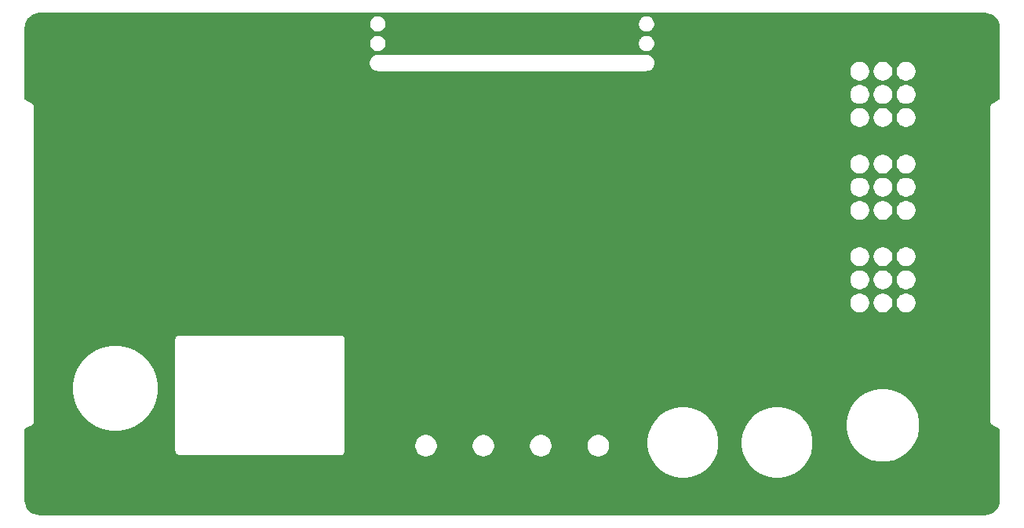
<source format=gtl>
G04 #@! TF.GenerationSoftware,KiCad,Pcbnew,5.1.5-52549c5~84~ubuntu18.04.1*
G04 #@! TF.CreationDate,2020-03-18T22:44:17-07:00*
G04 #@! TF.ProjectId,endcap,656e6463-6170-42e6-9b69-6361645f7063,rev?*
G04 #@! TF.SameCoordinates,PX2faf080PY2faf080*
G04 #@! TF.FileFunction,Copper,L1,Top*
G04 #@! TF.FilePolarity,Positive*
%FSLAX46Y46*%
G04 Gerber Fmt 4.6, Leading zero omitted, Abs format (unit mm)*
G04 Created by KiCad (PCBNEW 5.1.5-52549c5~84~ubuntu18.04.1) date 2020-03-18 22:44:17*
%MOMM*%
%LPD*%
G04 APERTURE LIST*
%ADD10C,4.900000*%
%ADD11C,0.200000*%
G04 APERTURE END LIST*
D10*
X4875000Y-3750000D03*
X101125000Y-3750000D03*
X101125000Y-51250000D03*
X4875000Y-51250000D03*
D11*
G36*
X104295764Y-506278D02*
G01*
X104580263Y-592173D01*
X104842665Y-731695D01*
X105072961Y-919521D01*
X105262394Y-1148505D01*
X105403741Y-1409921D01*
X105491620Y-1693812D01*
X105525000Y-2011398D01*
X105525001Y-9706434D01*
X104823588Y-10057141D01*
X104817346Y-10059034D01*
X104781774Y-10078048D01*
X104766705Y-10085582D01*
X104761231Y-10089028D01*
X104734827Y-10103141D01*
X104721709Y-10113907D01*
X104707362Y-10122938D01*
X104685645Y-10143504D01*
X104662499Y-10162499D01*
X104651732Y-10175618D01*
X104639424Y-10187274D01*
X104622136Y-10211681D01*
X104603141Y-10234827D01*
X104595142Y-10249792D01*
X104585342Y-10263628D01*
X104573141Y-10290953D01*
X104559034Y-10317347D01*
X104554112Y-10333574D01*
X104547195Y-10349065D01*
X104540559Y-10378252D01*
X104531873Y-10406885D01*
X104530211Y-10423763D01*
X104526450Y-10440303D01*
X104525635Y-10470218D01*
X104525000Y-10476669D01*
X104525000Y-10493550D01*
X104523903Y-10533835D01*
X104525000Y-10540259D01*
X104525001Y-44459735D01*
X104523903Y-44466165D01*
X104525001Y-44506486D01*
X104525001Y-44523332D01*
X104525635Y-44529770D01*
X104526450Y-44559697D01*
X104530212Y-44576244D01*
X104531874Y-44593116D01*
X104540557Y-44621738D01*
X104547195Y-44650935D01*
X104554114Y-44666431D01*
X104559035Y-44682654D01*
X104573138Y-44709039D01*
X104585342Y-44736372D01*
X104595146Y-44750214D01*
X104603142Y-44765173D01*
X104622130Y-44788310D01*
X104639424Y-44812726D01*
X104651737Y-44824386D01*
X104662500Y-44837501D01*
X104685639Y-44856490D01*
X104707362Y-44877062D01*
X104721713Y-44886096D01*
X104734828Y-44896859D01*
X104761225Y-44910968D01*
X104766705Y-44914418D01*
X104781789Y-44921960D01*
X104817347Y-44940966D01*
X104823586Y-44942859D01*
X105525000Y-45293566D01*
X105525001Y-52976758D01*
X105493722Y-53295765D01*
X105407826Y-53580265D01*
X105268307Y-53842661D01*
X105080479Y-54072962D01*
X104851495Y-54262394D01*
X104590079Y-54403741D01*
X104306188Y-54491620D01*
X103988602Y-54525000D01*
X2023232Y-54525000D01*
X1704235Y-54493722D01*
X1419735Y-54407826D01*
X1157339Y-54268307D01*
X927038Y-54080479D01*
X737606Y-53851495D01*
X596259Y-53590079D01*
X508380Y-53306188D01*
X475000Y-52988602D01*
X475000Y-45293566D01*
X1176418Y-44942857D01*
X1182653Y-44940966D01*
X1218189Y-44921972D01*
X1233295Y-44914419D01*
X1238782Y-44910965D01*
X1265173Y-44896859D01*
X1278286Y-44886098D01*
X1292638Y-44877063D01*
X1314363Y-44856490D01*
X1337501Y-44837501D01*
X1348264Y-44824386D01*
X1360576Y-44812727D01*
X1377869Y-44788312D01*
X1396859Y-44765173D01*
X1404856Y-44750212D01*
X1414658Y-44736373D01*
X1426859Y-44709046D01*
X1440966Y-44682654D01*
X1445888Y-44666427D01*
X1452805Y-44650936D01*
X1459441Y-44621749D01*
X1468127Y-44593116D01*
X1469789Y-44576238D01*
X1473550Y-44559698D01*
X1474365Y-44529783D01*
X1475000Y-44523332D01*
X1475000Y-44506450D01*
X1476097Y-44466165D01*
X1475000Y-44459741D01*
X1475000Y-40442015D01*
X5550000Y-40442015D01*
X5550000Y-41357985D01*
X5728697Y-42256355D01*
X6079224Y-43102601D01*
X6588109Y-43864202D01*
X7235798Y-44511891D01*
X7997399Y-45020776D01*
X8843645Y-45371303D01*
X9742015Y-45550000D01*
X10657985Y-45550000D01*
X11556355Y-45371303D01*
X12402601Y-45020776D01*
X13164202Y-44511891D01*
X13811891Y-43864202D01*
X14320776Y-43102601D01*
X14671303Y-42256355D01*
X14850000Y-41357985D01*
X14850000Y-40442015D01*
X14671303Y-39543645D01*
X14320776Y-38697399D01*
X13811891Y-37935798D01*
X13164202Y-37288109D01*
X12402601Y-36779224D01*
X11556355Y-36428697D01*
X10657985Y-36250000D01*
X9742015Y-36250000D01*
X8843645Y-36428697D01*
X7997399Y-36779224D01*
X7235798Y-37288109D01*
X6588109Y-37935798D01*
X6079224Y-38697399D01*
X5728697Y-39543645D01*
X5550000Y-40442015D01*
X1475000Y-40442015D01*
X1475000Y-35600000D01*
X16572702Y-35600000D01*
X16575000Y-35623332D01*
X16575001Y-47676658D01*
X16572702Y-47700000D01*
X16581873Y-47793116D01*
X16609034Y-47882654D01*
X16653141Y-47965173D01*
X16712499Y-48037501D01*
X16784827Y-48096859D01*
X16867346Y-48140966D01*
X16956884Y-48168127D01*
X17026668Y-48175000D01*
X17050000Y-48177298D01*
X17073332Y-48175000D01*
X34526668Y-48175000D01*
X34550000Y-48177298D01*
X34573332Y-48175000D01*
X34643116Y-48168127D01*
X34732654Y-48140966D01*
X34815173Y-48096859D01*
X34887501Y-48037501D01*
X34946859Y-47965173D01*
X34990966Y-47882654D01*
X35018127Y-47793116D01*
X35027298Y-47700000D01*
X35025000Y-47676668D01*
X35025000Y-46976886D01*
X42450000Y-46976886D01*
X42450000Y-47223114D01*
X42498037Y-47464611D01*
X42592265Y-47692097D01*
X42729062Y-47896828D01*
X42903172Y-48070938D01*
X43107903Y-48207735D01*
X43335389Y-48301963D01*
X43576886Y-48350000D01*
X43823114Y-48350000D01*
X44064611Y-48301963D01*
X44292097Y-48207735D01*
X44496828Y-48070938D01*
X44670938Y-47896828D01*
X44807735Y-47692097D01*
X44901963Y-47464611D01*
X44950000Y-47223114D01*
X44950000Y-46976886D01*
X48650000Y-46976886D01*
X48650000Y-47223114D01*
X48698037Y-47464611D01*
X48792265Y-47692097D01*
X48929062Y-47896828D01*
X49103172Y-48070938D01*
X49307903Y-48207735D01*
X49535389Y-48301963D01*
X49776886Y-48350000D01*
X50023114Y-48350000D01*
X50264611Y-48301963D01*
X50492097Y-48207735D01*
X50696828Y-48070938D01*
X50870938Y-47896828D01*
X51007735Y-47692097D01*
X51101963Y-47464611D01*
X51150000Y-47223114D01*
X51150000Y-46976886D01*
X54850000Y-46976886D01*
X54850000Y-47223114D01*
X54898037Y-47464611D01*
X54992265Y-47692097D01*
X55129062Y-47896828D01*
X55303172Y-48070938D01*
X55507903Y-48207735D01*
X55735389Y-48301963D01*
X55976886Y-48350000D01*
X56223114Y-48350000D01*
X56464611Y-48301963D01*
X56692097Y-48207735D01*
X56896828Y-48070938D01*
X57070938Y-47896828D01*
X57207735Y-47692097D01*
X57301963Y-47464611D01*
X57350000Y-47223114D01*
X57350000Y-46976886D01*
X61050000Y-46976886D01*
X61050000Y-47223114D01*
X61098037Y-47464611D01*
X61192265Y-47692097D01*
X61329062Y-47896828D01*
X61503172Y-48070938D01*
X61707903Y-48207735D01*
X61935389Y-48301963D01*
X62176886Y-48350000D01*
X62423114Y-48350000D01*
X62664611Y-48301963D01*
X62892097Y-48207735D01*
X63096828Y-48070938D01*
X63270938Y-47896828D01*
X63407735Y-47692097D01*
X63501963Y-47464611D01*
X63550000Y-47223114D01*
X63550000Y-46976886D01*
X63501963Y-46735389D01*
X63407735Y-46507903D01*
X63322864Y-46380884D01*
X67540000Y-46380884D01*
X67540000Y-47149116D01*
X67689875Y-47902588D01*
X67983865Y-48612343D01*
X68410673Y-49251105D01*
X68953895Y-49794327D01*
X69592657Y-50221135D01*
X70302412Y-50515125D01*
X71055884Y-50665000D01*
X71824116Y-50665000D01*
X72577588Y-50515125D01*
X73287343Y-50221135D01*
X73926105Y-49794327D01*
X74469327Y-49251105D01*
X74896135Y-48612343D01*
X75190125Y-47902588D01*
X75340000Y-47149116D01*
X75340000Y-46380884D01*
X77700000Y-46380884D01*
X77700000Y-47149116D01*
X77849875Y-47902588D01*
X78143865Y-48612343D01*
X78570673Y-49251105D01*
X79113895Y-49794327D01*
X79752657Y-50221135D01*
X80462412Y-50515125D01*
X81215884Y-50665000D01*
X81984116Y-50665000D01*
X82737588Y-50515125D01*
X83447343Y-50221135D01*
X84086105Y-49794327D01*
X84629327Y-49251105D01*
X85056135Y-48612343D01*
X85350125Y-47902588D01*
X85500000Y-47149116D01*
X85500000Y-46380884D01*
X85350125Y-45627412D01*
X85056135Y-44917657D01*
X84781097Y-44506034D01*
X89000000Y-44506034D01*
X89000000Y-45293966D01*
X89153718Y-46066757D01*
X89455246Y-46794710D01*
X89892997Y-47449851D01*
X90450149Y-48007003D01*
X91105290Y-48444754D01*
X91833243Y-48746282D01*
X92606034Y-48900000D01*
X93393966Y-48900000D01*
X94166757Y-48746282D01*
X94894710Y-48444754D01*
X95549851Y-48007003D01*
X96107003Y-47449851D01*
X96544754Y-46794710D01*
X96846282Y-46066757D01*
X97000000Y-45293966D01*
X97000000Y-44506034D01*
X96846282Y-43733243D01*
X96544754Y-43005290D01*
X96107003Y-42350149D01*
X95549851Y-41792997D01*
X94894710Y-41355246D01*
X94166757Y-41053718D01*
X93393966Y-40900000D01*
X92606034Y-40900000D01*
X91833243Y-41053718D01*
X91105290Y-41355246D01*
X90450149Y-41792997D01*
X89892997Y-42350149D01*
X89455246Y-43005290D01*
X89153718Y-43733243D01*
X89000000Y-44506034D01*
X84781097Y-44506034D01*
X84629327Y-44278895D01*
X84086105Y-43735673D01*
X83447343Y-43308865D01*
X82737588Y-43014875D01*
X81984116Y-42865000D01*
X81215884Y-42865000D01*
X80462412Y-43014875D01*
X79752657Y-43308865D01*
X79113895Y-43735673D01*
X78570673Y-44278895D01*
X78143865Y-44917657D01*
X77849875Y-45627412D01*
X77700000Y-46380884D01*
X75340000Y-46380884D01*
X75190125Y-45627412D01*
X74896135Y-44917657D01*
X74469327Y-44278895D01*
X73926105Y-43735673D01*
X73287343Y-43308865D01*
X72577588Y-43014875D01*
X71824116Y-42865000D01*
X71055884Y-42865000D01*
X70302412Y-43014875D01*
X69592657Y-43308865D01*
X68953895Y-43735673D01*
X68410673Y-44278895D01*
X67983865Y-44917657D01*
X67689875Y-45627412D01*
X67540000Y-46380884D01*
X63322864Y-46380884D01*
X63270938Y-46303172D01*
X63096828Y-46129062D01*
X62892097Y-45992265D01*
X62664611Y-45898037D01*
X62423114Y-45850000D01*
X62176886Y-45850000D01*
X61935389Y-45898037D01*
X61707903Y-45992265D01*
X61503172Y-46129062D01*
X61329062Y-46303172D01*
X61192265Y-46507903D01*
X61098037Y-46735389D01*
X61050000Y-46976886D01*
X57350000Y-46976886D01*
X57301963Y-46735389D01*
X57207735Y-46507903D01*
X57070938Y-46303172D01*
X56896828Y-46129062D01*
X56692097Y-45992265D01*
X56464611Y-45898037D01*
X56223114Y-45850000D01*
X55976886Y-45850000D01*
X55735389Y-45898037D01*
X55507903Y-45992265D01*
X55303172Y-46129062D01*
X55129062Y-46303172D01*
X54992265Y-46507903D01*
X54898037Y-46735389D01*
X54850000Y-46976886D01*
X51150000Y-46976886D01*
X51101963Y-46735389D01*
X51007735Y-46507903D01*
X50870938Y-46303172D01*
X50696828Y-46129062D01*
X50492097Y-45992265D01*
X50264611Y-45898037D01*
X50023114Y-45850000D01*
X49776886Y-45850000D01*
X49535389Y-45898037D01*
X49307903Y-45992265D01*
X49103172Y-46129062D01*
X48929062Y-46303172D01*
X48792265Y-46507903D01*
X48698037Y-46735389D01*
X48650000Y-46976886D01*
X44950000Y-46976886D01*
X44901963Y-46735389D01*
X44807735Y-46507903D01*
X44670938Y-46303172D01*
X44496828Y-46129062D01*
X44292097Y-45992265D01*
X44064611Y-45898037D01*
X43823114Y-45850000D01*
X43576886Y-45850000D01*
X43335389Y-45898037D01*
X43107903Y-45992265D01*
X42903172Y-46129062D01*
X42729062Y-46303172D01*
X42592265Y-46507903D01*
X42498037Y-46735389D01*
X42450000Y-46976886D01*
X35025000Y-46976886D01*
X35025000Y-35623332D01*
X35027298Y-35600000D01*
X35018127Y-35506884D01*
X34990966Y-35417346D01*
X34946859Y-35334827D01*
X34887501Y-35262499D01*
X34815173Y-35203141D01*
X34732654Y-35159034D01*
X34643116Y-35131873D01*
X34573332Y-35125000D01*
X34550000Y-35122702D01*
X34526668Y-35125000D01*
X17073332Y-35125000D01*
X17050000Y-35122702D01*
X17026668Y-35125000D01*
X16956884Y-35131873D01*
X16867346Y-35159034D01*
X16784827Y-35203141D01*
X16712499Y-35262499D01*
X16653141Y-35334827D01*
X16609034Y-35417346D01*
X16581873Y-35506884D01*
X16572702Y-35600000D01*
X1475000Y-35600000D01*
X1475000Y-31591659D01*
X89400000Y-31591659D01*
X89400000Y-31808341D01*
X89442273Y-32020858D01*
X89525193Y-32221045D01*
X89645575Y-32401209D01*
X89798791Y-32554425D01*
X89978955Y-32674807D01*
X90179142Y-32757727D01*
X90391659Y-32800000D01*
X90608341Y-32800000D01*
X90820858Y-32757727D01*
X91021045Y-32674807D01*
X91201209Y-32554425D01*
X91354425Y-32401209D01*
X91474807Y-32221045D01*
X91557727Y-32020858D01*
X91600000Y-31808341D01*
X91600000Y-31591659D01*
X91900000Y-31591659D01*
X91900000Y-31808341D01*
X91942273Y-32020858D01*
X92025193Y-32221045D01*
X92145575Y-32401209D01*
X92298791Y-32554425D01*
X92478955Y-32674807D01*
X92679142Y-32757727D01*
X92891659Y-32800000D01*
X93108341Y-32800000D01*
X93320858Y-32757727D01*
X93521045Y-32674807D01*
X93701209Y-32554425D01*
X93854425Y-32401209D01*
X93974807Y-32221045D01*
X94057727Y-32020858D01*
X94100000Y-31808341D01*
X94100000Y-31591659D01*
X94400000Y-31591659D01*
X94400000Y-31808341D01*
X94442273Y-32020858D01*
X94525193Y-32221045D01*
X94645575Y-32401209D01*
X94798791Y-32554425D01*
X94978955Y-32674807D01*
X95179142Y-32757727D01*
X95391659Y-32800000D01*
X95608341Y-32800000D01*
X95820858Y-32757727D01*
X96021045Y-32674807D01*
X96201209Y-32554425D01*
X96354425Y-32401209D01*
X96474807Y-32221045D01*
X96557727Y-32020858D01*
X96600000Y-31808341D01*
X96600000Y-31591659D01*
X96557727Y-31379142D01*
X96474807Y-31178955D01*
X96354425Y-30998791D01*
X96201209Y-30845575D01*
X96021045Y-30725193D01*
X95820858Y-30642273D01*
X95608341Y-30600000D01*
X95391659Y-30600000D01*
X95179142Y-30642273D01*
X94978955Y-30725193D01*
X94798791Y-30845575D01*
X94645575Y-30998791D01*
X94525193Y-31178955D01*
X94442273Y-31379142D01*
X94400000Y-31591659D01*
X94100000Y-31591659D01*
X94057727Y-31379142D01*
X93974807Y-31178955D01*
X93854425Y-30998791D01*
X93701209Y-30845575D01*
X93521045Y-30725193D01*
X93320858Y-30642273D01*
X93108341Y-30600000D01*
X92891659Y-30600000D01*
X92679142Y-30642273D01*
X92478955Y-30725193D01*
X92298791Y-30845575D01*
X92145575Y-30998791D01*
X92025193Y-31178955D01*
X91942273Y-31379142D01*
X91900000Y-31591659D01*
X91600000Y-31591659D01*
X91557727Y-31379142D01*
X91474807Y-31178955D01*
X91354425Y-30998791D01*
X91201209Y-30845575D01*
X91021045Y-30725193D01*
X90820858Y-30642273D01*
X90608341Y-30600000D01*
X90391659Y-30600000D01*
X90179142Y-30642273D01*
X89978955Y-30725193D01*
X89798791Y-30845575D01*
X89645575Y-30998791D01*
X89525193Y-31178955D01*
X89442273Y-31379142D01*
X89400000Y-31591659D01*
X1475000Y-31591659D01*
X1475000Y-29091659D01*
X89400000Y-29091659D01*
X89400000Y-29308341D01*
X89442273Y-29520858D01*
X89525193Y-29721045D01*
X89645575Y-29901209D01*
X89798791Y-30054425D01*
X89978955Y-30174807D01*
X90179142Y-30257727D01*
X90391659Y-30300000D01*
X90608341Y-30300000D01*
X90820858Y-30257727D01*
X91021045Y-30174807D01*
X91201209Y-30054425D01*
X91354425Y-29901209D01*
X91474807Y-29721045D01*
X91557727Y-29520858D01*
X91600000Y-29308341D01*
X91600000Y-29091659D01*
X91900000Y-29091659D01*
X91900000Y-29308341D01*
X91942273Y-29520858D01*
X92025193Y-29721045D01*
X92145575Y-29901209D01*
X92298791Y-30054425D01*
X92478955Y-30174807D01*
X92679142Y-30257727D01*
X92891659Y-30300000D01*
X93108341Y-30300000D01*
X93320858Y-30257727D01*
X93521045Y-30174807D01*
X93701209Y-30054425D01*
X93854425Y-29901209D01*
X93974807Y-29721045D01*
X94057727Y-29520858D01*
X94100000Y-29308341D01*
X94100000Y-29091659D01*
X94400000Y-29091659D01*
X94400000Y-29308341D01*
X94442273Y-29520858D01*
X94525193Y-29721045D01*
X94645575Y-29901209D01*
X94798791Y-30054425D01*
X94978955Y-30174807D01*
X95179142Y-30257727D01*
X95391659Y-30300000D01*
X95608341Y-30300000D01*
X95820858Y-30257727D01*
X96021045Y-30174807D01*
X96201209Y-30054425D01*
X96354425Y-29901209D01*
X96474807Y-29721045D01*
X96557727Y-29520858D01*
X96600000Y-29308341D01*
X96600000Y-29091659D01*
X96557727Y-28879142D01*
X96474807Y-28678955D01*
X96354425Y-28498791D01*
X96201209Y-28345575D01*
X96021045Y-28225193D01*
X95820858Y-28142273D01*
X95608341Y-28100000D01*
X95391659Y-28100000D01*
X95179142Y-28142273D01*
X94978955Y-28225193D01*
X94798791Y-28345575D01*
X94645575Y-28498791D01*
X94525193Y-28678955D01*
X94442273Y-28879142D01*
X94400000Y-29091659D01*
X94100000Y-29091659D01*
X94057727Y-28879142D01*
X93974807Y-28678955D01*
X93854425Y-28498791D01*
X93701209Y-28345575D01*
X93521045Y-28225193D01*
X93320858Y-28142273D01*
X93108341Y-28100000D01*
X92891659Y-28100000D01*
X92679142Y-28142273D01*
X92478955Y-28225193D01*
X92298791Y-28345575D01*
X92145575Y-28498791D01*
X92025193Y-28678955D01*
X91942273Y-28879142D01*
X91900000Y-29091659D01*
X91600000Y-29091659D01*
X91557727Y-28879142D01*
X91474807Y-28678955D01*
X91354425Y-28498791D01*
X91201209Y-28345575D01*
X91021045Y-28225193D01*
X90820858Y-28142273D01*
X90608341Y-28100000D01*
X90391659Y-28100000D01*
X90179142Y-28142273D01*
X89978955Y-28225193D01*
X89798791Y-28345575D01*
X89645575Y-28498791D01*
X89525193Y-28678955D01*
X89442273Y-28879142D01*
X89400000Y-29091659D01*
X1475000Y-29091659D01*
X1475000Y-26591659D01*
X89400000Y-26591659D01*
X89400000Y-26808341D01*
X89442273Y-27020858D01*
X89525193Y-27221045D01*
X89645575Y-27401209D01*
X89798791Y-27554425D01*
X89978955Y-27674807D01*
X90179142Y-27757727D01*
X90391659Y-27800000D01*
X90608341Y-27800000D01*
X90820858Y-27757727D01*
X91021045Y-27674807D01*
X91201209Y-27554425D01*
X91354425Y-27401209D01*
X91474807Y-27221045D01*
X91557727Y-27020858D01*
X91600000Y-26808341D01*
X91600000Y-26591659D01*
X91900000Y-26591659D01*
X91900000Y-26808341D01*
X91942273Y-27020858D01*
X92025193Y-27221045D01*
X92145575Y-27401209D01*
X92298791Y-27554425D01*
X92478955Y-27674807D01*
X92679142Y-27757727D01*
X92891659Y-27800000D01*
X93108341Y-27800000D01*
X93320858Y-27757727D01*
X93521045Y-27674807D01*
X93701209Y-27554425D01*
X93854425Y-27401209D01*
X93974807Y-27221045D01*
X94057727Y-27020858D01*
X94100000Y-26808341D01*
X94100000Y-26591659D01*
X94400000Y-26591659D01*
X94400000Y-26808341D01*
X94442273Y-27020858D01*
X94525193Y-27221045D01*
X94645575Y-27401209D01*
X94798791Y-27554425D01*
X94978955Y-27674807D01*
X95179142Y-27757727D01*
X95391659Y-27800000D01*
X95608341Y-27800000D01*
X95820858Y-27757727D01*
X96021045Y-27674807D01*
X96201209Y-27554425D01*
X96354425Y-27401209D01*
X96474807Y-27221045D01*
X96557727Y-27020858D01*
X96600000Y-26808341D01*
X96600000Y-26591659D01*
X96557727Y-26379142D01*
X96474807Y-26178955D01*
X96354425Y-25998791D01*
X96201209Y-25845575D01*
X96021045Y-25725193D01*
X95820858Y-25642273D01*
X95608341Y-25600000D01*
X95391659Y-25600000D01*
X95179142Y-25642273D01*
X94978955Y-25725193D01*
X94798791Y-25845575D01*
X94645575Y-25998791D01*
X94525193Y-26178955D01*
X94442273Y-26379142D01*
X94400000Y-26591659D01*
X94100000Y-26591659D01*
X94057727Y-26379142D01*
X93974807Y-26178955D01*
X93854425Y-25998791D01*
X93701209Y-25845575D01*
X93521045Y-25725193D01*
X93320858Y-25642273D01*
X93108341Y-25600000D01*
X92891659Y-25600000D01*
X92679142Y-25642273D01*
X92478955Y-25725193D01*
X92298791Y-25845575D01*
X92145575Y-25998791D01*
X92025193Y-26178955D01*
X91942273Y-26379142D01*
X91900000Y-26591659D01*
X91600000Y-26591659D01*
X91557727Y-26379142D01*
X91474807Y-26178955D01*
X91354425Y-25998791D01*
X91201209Y-25845575D01*
X91021045Y-25725193D01*
X90820858Y-25642273D01*
X90608341Y-25600000D01*
X90391659Y-25600000D01*
X90179142Y-25642273D01*
X89978955Y-25725193D01*
X89798791Y-25845575D01*
X89645575Y-25998791D01*
X89525193Y-26178955D01*
X89442273Y-26379142D01*
X89400000Y-26591659D01*
X1475000Y-26591659D01*
X1475000Y-21591659D01*
X89400000Y-21591659D01*
X89400000Y-21808341D01*
X89442273Y-22020858D01*
X89525193Y-22221045D01*
X89645575Y-22401209D01*
X89798791Y-22554425D01*
X89978955Y-22674807D01*
X90179142Y-22757727D01*
X90391659Y-22800000D01*
X90608341Y-22800000D01*
X90820858Y-22757727D01*
X91021045Y-22674807D01*
X91201209Y-22554425D01*
X91354425Y-22401209D01*
X91474807Y-22221045D01*
X91557727Y-22020858D01*
X91600000Y-21808341D01*
X91600000Y-21591659D01*
X91900000Y-21591659D01*
X91900000Y-21808341D01*
X91942273Y-22020858D01*
X92025193Y-22221045D01*
X92145575Y-22401209D01*
X92298791Y-22554425D01*
X92478955Y-22674807D01*
X92679142Y-22757727D01*
X92891659Y-22800000D01*
X93108341Y-22800000D01*
X93320858Y-22757727D01*
X93521045Y-22674807D01*
X93701209Y-22554425D01*
X93854425Y-22401209D01*
X93974807Y-22221045D01*
X94057727Y-22020858D01*
X94100000Y-21808341D01*
X94100000Y-21591659D01*
X94400000Y-21591659D01*
X94400000Y-21808341D01*
X94442273Y-22020858D01*
X94525193Y-22221045D01*
X94645575Y-22401209D01*
X94798791Y-22554425D01*
X94978955Y-22674807D01*
X95179142Y-22757727D01*
X95391659Y-22800000D01*
X95608341Y-22800000D01*
X95820858Y-22757727D01*
X96021045Y-22674807D01*
X96201209Y-22554425D01*
X96354425Y-22401209D01*
X96474807Y-22221045D01*
X96557727Y-22020858D01*
X96600000Y-21808341D01*
X96600000Y-21591659D01*
X96557727Y-21379142D01*
X96474807Y-21178955D01*
X96354425Y-20998791D01*
X96201209Y-20845575D01*
X96021045Y-20725193D01*
X95820858Y-20642273D01*
X95608341Y-20600000D01*
X95391659Y-20600000D01*
X95179142Y-20642273D01*
X94978955Y-20725193D01*
X94798791Y-20845575D01*
X94645575Y-20998791D01*
X94525193Y-21178955D01*
X94442273Y-21379142D01*
X94400000Y-21591659D01*
X94100000Y-21591659D01*
X94057727Y-21379142D01*
X93974807Y-21178955D01*
X93854425Y-20998791D01*
X93701209Y-20845575D01*
X93521045Y-20725193D01*
X93320858Y-20642273D01*
X93108341Y-20600000D01*
X92891659Y-20600000D01*
X92679142Y-20642273D01*
X92478955Y-20725193D01*
X92298791Y-20845575D01*
X92145575Y-20998791D01*
X92025193Y-21178955D01*
X91942273Y-21379142D01*
X91900000Y-21591659D01*
X91600000Y-21591659D01*
X91557727Y-21379142D01*
X91474807Y-21178955D01*
X91354425Y-20998791D01*
X91201209Y-20845575D01*
X91021045Y-20725193D01*
X90820858Y-20642273D01*
X90608341Y-20600000D01*
X90391659Y-20600000D01*
X90179142Y-20642273D01*
X89978955Y-20725193D01*
X89798791Y-20845575D01*
X89645575Y-20998791D01*
X89525193Y-21178955D01*
X89442273Y-21379142D01*
X89400000Y-21591659D01*
X1475000Y-21591659D01*
X1475000Y-19091659D01*
X89400000Y-19091659D01*
X89400000Y-19308341D01*
X89442273Y-19520858D01*
X89525193Y-19721045D01*
X89645575Y-19901209D01*
X89798791Y-20054425D01*
X89978955Y-20174807D01*
X90179142Y-20257727D01*
X90391659Y-20300000D01*
X90608341Y-20300000D01*
X90820858Y-20257727D01*
X91021045Y-20174807D01*
X91201209Y-20054425D01*
X91354425Y-19901209D01*
X91474807Y-19721045D01*
X91557727Y-19520858D01*
X91600000Y-19308341D01*
X91600000Y-19091659D01*
X91900000Y-19091659D01*
X91900000Y-19308341D01*
X91942273Y-19520858D01*
X92025193Y-19721045D01*
X92145575Y-19901209D01*
X92298791Y-20054425D01*
X92478955Y-20174807D01*
X92679142Y-20257727D01*
X92891659Y-20300000D01*
X93108341Y-20300000D01*
X93320858Y-20257727D01*
X93521045Y-20174807D01*
X93701209Y-20054425D01*
X93854425Y-19901209D01*
X93974807Y-19721045D01*
X94057727Y-19520858D01*
X94100000Y-19308341D01*
X94100000Y-19091659D01*
X94400000Y-19091659D01*
X94400000Y-19308341D01*
X94442273Y-19520858D01*
X94525193Y-19721045D01*
X94645575Y-19901209D01*
X94798791Y-20054425D01*
X94978955Y-20174807D01*
X95179142Y-20257727D01*
X95391659Y-20300000D01*
X95608341Y-20300000D01*
X95820858Y-20257727D01*
X96021045Y-20174807D01*
X96201209Y-20054425D01*
X96354425Y-19901209D01*
X96474807Y-19721045D01*
X96557727Y-19520858D01*
X96600000Y-19308341D01*
X96600000Y-19091659D01*
X96557727Y-18879142D01*
X96474807Y-18678955D01*
X96354425Y-18498791D01*
X96201209Y-18345575D01*
X96021045Y-18225193D01*
X95820858Y-18142273D01*
X95608341Y-18100000D01*
X95391659Y-18100000D01*
X95179142Y-18142273D01*
X94978955Y-18225193D01*
X94798791Y-18345575D01*
X94645575Y-18498791D01*
X94525193Y-18678955D01*
X94442273Y-18879142D01*
X94400000Y-19091659D01*
X94100000Y-19091659D01*
X94057727Y-18879142D01*
X93974807Y-18678955D01*
X93854425Y-18498791D01*
X93701209Y-18345575D01*
X93521045Y-18225193D01*
X93320858Y-18142273D01*
X93108341Y-18100000D01*
X92891659Y-18100000D01*
X92679142Y-18142273D01*
X92478955Y-18225193D01*
X92298791Y-18345575D01*
X92145575Y-18498791D01*
X92025193Y-18678955D01*
X91942273Y-18879142D01*
X91900000Y-19091659D01*
X91600000Y-19091659D01*
X91557727Y-18879142D01*
X91474807Y-18678955D01*
X91354425Y-18498791D01*
X91201209Y-18345575D01*
X91021045Y-18225193D01*
X90820858Y-18142273D01*
X90608341Y-18100000D01*
X90391659Y-18100000D01*
X90179142Y-18142273D01*
X89978955Y-18225193D01*
X89798791Y-18345575D01*
X89645575Y-18498791D01*
X89525193Y-18678955D01*
X89442273Y-18879142D01*
X89400000Y-19091659D01*
X1475000Y-19091659D01*
X1475000Y-16591659D01*
X89400000Y-16591659D01*
X89400000Y-16808341D01*
X89442273Y-17020858D01*
X89525193Y-17221045D01*
X89645575Y-17401209D01*
X89798791Y-17554425D01*
X89978955Y-17674807D01*
X90179142Y-17757727D01*
X90391659Y-17800000D01*
X90608341Y-17800000D01*
X90820858Y-17757727D01*
X91021045Y-17674807D01*
X91201209Y-17554425D01*
X91354425Y-17401209D01*
X91474807Y-17221045D01*
X91557727Y-17020858D01*
X91600000Y-16808341D01*
X91600000Y-16591659D01*
X91900000Y-16591659D01*
X91900000Y-16808341D01*
X91942273Y-17020858D01*
X92025193Y-17221045D01*
X92145575Y-17401209D01*
X92298791Y-17554425D01*
X92478955Y-17674807D01*
X92679142Y-17757727D01*
X92891659Y-17800000D01*
X93108341Y-17800000D01*
X93320858Y-17757727D01*
X93521045Y-17674807D01*
X93701209Y-17554425D01*
X93854425Y-17401209D01*
X93974807Y-17221045D01*
X94057727Y-17020858D01*
X94100000Y-16808341D01*
X94100000Y-16591659D01*
X94400000Y-16591659D01*
X94400000Y-16808341D01*
X94442273Y-17020858D01*
X94525193Y-17221045D01*
X94645575Y-17401209D01*
X94798791Y-17554425D01*
X94978955Y-17674807D01*
X95179142Y-17757727D01*
X95391659Y-17800000D01*
X95608341Y-17800000D01*
X95820858Y-17757727D01*
X96021045Y-17674807D01*
X96201209Y-17554425D01*
X96354425Y-17401209D01*
X96474807Y-17221045D01*
X96557727Y-17020858D01*
X96600000Y-16808341D01*
X96600000Y-16591659D01*
X96557727Y-16379142D01*
X96474807Y-16178955D01*
X96354425Y-15998791D01*
X96201209Y-15845575D01*
X96021045Y-15725193D01*
X95820858Y-15642273D01*
X95608341Y-15600000D01*
X95391659Y-15600000D01*
X95179142Y-15642273D01*
X94978955Y-15725193D01*
X94798791Y-15845575D01*
X94645575Y-15998791D01*
X94525193Y-16178955D01*
X94442273Y-16379142D01*
X94400000Y-16591659D01*
X94100000Y-16591659D01*
X94057727Y-16379142D01*
X93974807Y-16178955D01*
X93854425Y-15998791D01*
X93701209Y-15845575D01*
X93521045Y-15725193D01*
X93320858Y-15642273D01*
X93108341Y-15600000D01*
X92891659Y-15600000D01*
X92679142Y-15642273D01*
X92478955Y-15725193D01*
X92298791Y-15845575D01*
X92145575Y-15998791D01*
X92025193Y-16178955D01*
X91942273Y-16379142D01*
X91900000Y-16591659D01*
X91600000Y-16591659D01*
X91557727Y-16379142D01*
X91474807Y-16178955D01*
X91354425Y-15998791D01*
X91201209Y-15845575D01*
X91021045Y-15725193D01*
X90820858Y-15642273D01*
X90608341Y-15600000D01*
X90391659Y-15600000D01*
X90179142Y-15642273D01*
X89978955Y-15725193D01*
X89798791Y-15845575D01*
X89645575Y-15998791D01*
X89525193Y-16178955D01*
X89442273Y-16379142D01*
X89400000Y-16591659D01*
X1475000Y-16591659D01*
X1475000Y-11591659D01*
X89400000Y-11591659D01*
X89400000Y-11808341D01*
X89442273Y-12020858D01*
X89525193Y-12221045D01*
X89645575Y-12401209D01*
X89798791Y-12554425D01*
X89978955Y-12674807D01*
X90179142Y-12757727D01*
X90391659Y-12800000D01*
X90608341Y-12800000D01*
X90820858Y-12757727D01*
X91021045Y-12674807D01*
X91201209Y-12554425D01*
X91354425Y-12401209D01*
X91474807Y-12221045D01*
X91557727Y-12020858D01*
X91600000Y-11808341D01*
X91600000Y-11591659D01*
X91900000Y-11591659D01*
X91900000Y-11808341D01*
X91942273Y-12020858D01*
X92025193Y-12221045D01*
X92145575Y-12401209D01*
X92298791Y-12554425D01*
X92478955Y-12674807D01*
X92679142Y-12757727D01*
X92891659Y-12800000D01*
X93108341Y-12800000D01*
X93320858Y-12757727D01*
X93521045Y-12674807D01*
X93701209Y-12554425D01*
X93854425Y-12401209D01*
X93974807Y-12221045D01*
X94057727Y-12020858D01*
X94100000Y-11808341D01*
X94100000Y-11591659D01*
X94400000Y-11591659D01*
X94400000Y-11808341D01*
X94442273Y-12020858D01*
X94525193Y-12221045D01*
X94645575Y-12401209D01*
X94798791Y-12554425D01*
X94978955Y-12674807D01*
X95179142Y-12757727D01*
X95391659Y-12800000D01*
X95608341Y-12800000D01*
X95820858Y-12757727D01*
X96021045Y-12674807D01*
X96201209Y-12554425D01*
X96354425Y-12401209D01*
X96474807Y-12221045D01*
X96557727Y-12020858D01*
X96600000Y-11808341D01*
X96600000Y-11591659D01*
X96557727Y-11379142D01*
X96474807Y-11178955D01*
X96354425Y-10998791D01*
X96201209Y-10845575D01*
X96021045Y-10725193D01*
X95820858Y-10642273D01*
X95608341Y-10600000D01*
X95391659Y-10600000D01*
X95179142Y-10642273D01*
X94978955Y-10725193D01*
X94798791Y-10845575D01*
X94645575Y-10998791D01*
X94525193Y-11178955D01*
X94442273Y-11379142D01*
X94400000Y-11591659D01*
X94100000Y-11591659D01*
X94057727Y-11379142D01*
X93974807Y-11178955D01*
X93854425Y-10998791D01*
X93701209Y-10845575D01*
X93521045Y-10725193D01*
X93320858Y-10642273D01*
X93108341Y-10600000D01*
X92891659Y-10600000D01*
X92679142Y-10642273D01*
X92478955Y-10725193D01*
X92298791Y-10845575D01*
X92145575Y-10998791D01*
X92025193Y-11178955D01*
X91942273Y-11379142D01*
X91900000Y-11591659D01*
X91600000Y-11591659D01*
X91557727Y-11379142D01*
X91474807Y-11178955D01*
X91354425Y-10998791D01*
X91201209Y-10845575D01*
X91021045Y-10725193D01*
X90820858Y-10642273D01*
X90608341Y-10600000D01*
X90391659Y-10600000D01*
X90179142Y-10642273D01*
X89978955Y-10725193D01*
X89798791Y-10845575D01*
X89645575Y-10998791D01*
X89525193Y-11178955D01*
X89442273Y-11379142D01*
X89400000Y-11591659D01*
X1475000Y-11591659D01*
X1475000Y-10540259D01*
X1476097Y-10533835D01*
X1475000Y-10493550D01*
X1475000Y-10476668D01*
X1474365Y-10470217D01*
X1473550Y-10440302D01*
X1469789Y-10423762D01*
X1468127Y-10406884D01*
X1459441Y-10378251D01*
X1452805Y-10349064D01*
X1445888Y-10333573D01*
X1440966Y-10317346D01*
X1426859Y-10290954D01*
X1414658Y-10263627D01*
X1404856Y-10249788D01*
X1396859Y-10234827D01*
X1377869Y-10211688D01*
X1360576Y-10187273D01*
X1348264Y-10175614D01*
X1337501Y-10162499D01*
X1314363Y-10143510D01*
X1292638Y-10122937D01*
X1278286Y-10113902D01*
X1265173Y-10103141D01*
X1238780Y-10089034D01*
X1233295Y-10085581D01*
X1218198Y-10078032D01*
X1182654Y-10059034D01*
X1176417Y-10057142D01*
X475000Y-9706434D01*
X475000Y-9091659D01*
X89400000Y-9091659D01*
X89400000Y-9308341D01*
X89442273Y-9520858D01*
X89525193Y-9721045D01*
X89645575Y-9901209D01*
X89798791Y-10054425D01*
X89978955Y-10174807D01*
X90179142Y-10257727D01*
X90391659Y-10300000D01*
X90608341Y-10300000D01*
X90820858Y-10257727D01*
X91021045Y-10174807D01*
X91201209Y-10054425D01*
X91354425Y-9901209D01*
X91474807Y-9721045D01*
X91557727Y-9520858D01*
X91600000Y-9308341D01*
X91600000Y-9091659D01*
X91900000Y-9091659D01*
X91900000Y-9308341D01*
X91942273Y-9520858D01*
X92025193Y-9721045D01*
X92145575Y-9901209D01*
X92298791Y-10054425D01*
X92478955Y-10174807D01*
X92679142Y-10257727D01*
X92891659Y-10300000D01*
X93108341Y-10300000D01*
X93320858Y-10257727D01*
X93521045Y-10174807D01*
X93701209Y-10054425D01*
X93854425Y-9901209D01*
X93974807Y-9721045D01*
X94057727Y-9520858D01*
X94100000Y-9308341D01*
X94100000Y-9091659D01*
X94400000Y-9091659D01*
X94400000Y-9308341D01*
X94442273Y-9520858D01*
X94525193Y-9721045D01*
X94645575Y-9901209D01*
X94798791Y-10054425D01*
X94978955Y-10174807D01*
X95179142Y-10257727D01*
X95391659Y-10300000D01*
X95608341Y-10300000D01*
X95820858Y-10257727D01*
X96021045Y-10174807D01*
X96201209Y-10054425D01*
X96354425Y-9901209D01*
X96474807Y-9721045D01*
X96557727Y-9520858D01*
X96600000Y-9308341D01*
X96600000Y-9091659D01*
X96557727Y-8879142D01*
X96474807Y-8678955D01*
X96354425Y-8498791D01*
X96201209Y-8345575D01*
X96021045Y-8225193D01*
X95820858Y-8142273D01*
X95608341Y-8100000D01*
X95391659Y-8100000D01*
X95179142Y-8142273D01*
X94978955Y-8225193D01*
X94798791Y-8345575D01*
X94645575Y-8498791D01*
X94525193Y-8678955D01*
X94442273Y-8879142D01*
X94400000Y-9091659D01*
X94100000Y-9091659D01*
X94057727Y-8879142D01*
X93974807Y-8678955D01*
X93854425Y-8498791D01*
X93701209Y-8345575D01*
X93521045Y-8225193D01*
X93320858Y-8142273D01*
X93108341Y-8100000D01*
X92891659Y-8100000D01*
X92679142Y-8142273D01*
X92478955Y-8225193D01*
X92298791Y-8345575D01*
X92145575Y-8498791D01*
X92025193Y-8678955D01*
X91942273Y-8879142D01*
X91900000Y-9091659D01*
X91600000Y-9091659D01*
X91557727Y-8879142D01*
X91474807Y-8678955D01*
X91354425Y-8498791D01*
X91201209Y-8345575D01*
X91021045Y-8225193D01*
X90820858Y-8142273D01*
X90608341Y-8100000D01*
X90391659Y-8100000D01*
X90179142Y-8142273D01*
X89978955Y-8225193D01*
X89798791Y-8345575D01*
X89645575Y-8498791D01*
X89525193Y-8678955D01*
X89442273Y-8879142D01*
X89400000Y-9091659D01*
X475000Y-9091659D01*
X475000Y-5762708D01*
X37551864Y-5762708D01*
X37552149Y-5803525D01*
X37551864Y-5844275D01*
X37552477Y-5850528D01*
X37562677Y-5947577D01*
X37570887Y-5987574D01*
X37578521Y-6027592D01*
X37580334Y-6033597D01*
X37580336Y-6033607D01*
X37580340Y-6033616D01*
X37609193Y-6126826D01*
X37625005Y-6164440D01*
X37640278Y-6202243D01*
X37643227Y-6207791D01*
X37689640Y-6293629D01*
X37712471Y-6327477D01*
X37734780Y-6361568D01*
X37738747Y-6366432D01*
X37738751Y-6366438D01*
X37738756Y-6366443D01*
X37800952Y-6441626D01*
X37829894Y-6470367D01*
X37858426Y-6499503D01*
X37863267Y-6503508D01*
X37938888Y-6565184D01*
X37972888Y-6587774D01*
X38006517Y-6610800D01*
X38012044Y-6613789D01*
X38098205Y-6659601D01*
X38135935Y-6675152D01*
X38173397Y-6691208D01*
X38179399Y-6693066D01*
X38272817Y-6721271D01*
X38312828Y-6729194D01*
X38352724Y-6737674D01*
X38358973Y-6738331D01*
X38456090Y-6747853D01*
X38456095Y-6747853D01*
X38477895Y-6750000D01*
X67522105Y-6750000D01*
X67544412Y-6747803D01*
X67550891Y-6747803D01*
X67557140Y-6747147D01*
X67654115Y-6736270D01*
X67694040Y-6727784D01*
X67734020Y-6719868D01*
X67740016Y-6718012D01*
X67740020Y-6718011D01*
X67740023Y-6718010D01*
X67833037Y-6688504D01*
X67870532Y-6672433D01*
X67908233Y-6656895D01*
X67913760Y-6653906D01*
X67999272Y-6606895D01*
X68021524Y-6591659D01*
X89400000Y-6591659D01*
X89400000Y-6808341D01*
X89442273Y-7020858D01*
X89525193Y-7221045D01*
X89645575Y-7401209D01*
X89798791Y-7554425D01*
X89978955Y-7674807D01*
X90179142Y-7757727D01*
X90391659Y-7800000D01*
X90608341Y-7800000D01*
X90820858Y-7757727D01*
X91021045Y-7674807D01*
X91201209Y-7554425D01*
X91354425Y-7401209D01*
X91474807Y-7221045D01*
X91557727Y-7020858D01*
X91600000Y-6808341D01*
X91600000Y-6591659D01*
X91900000Y-6591659D01*
X91900000Y-6808341D01*
X91942273Y-7020858D01*
X92025193Y-7221045D01*
X92145575Y-7401209D01*
X92298791Y-7554425D01*
X92478955Y-7674807D01*
X92679142Y-7757727D01*
X92891659Y-7800000D01*
X93108341Y-7800000D01*
X93320858Y-7757727D01*
X93521045Y-7674807D01*
X93701209Y-7554425D01*
X93854425Y-7401209D01*
X93974807Y-7221045D01*
X94057727Y-7020858D01*
X94100000Y-6808341D01*
X94100000Y-6591659D01*
X94400000Y-6591659D01*
X94400000Y-6808341D01*
X94442273Y-7020858D01*
X94525193Y-7221045D01*
X94645575Y-7401209D01*
X94798791Y-7554425D01*
X94978955Y-7674807D01*
X95179142Y-7757727D01*
X95391659Y-7800000D01*
X95608341Y-7800000D01*
X95820858Y-7757727D01*
X96021045Y-7674807D01*
X96201209Y-7554425D01*
X96354425Y-7401209D01*
X96474807Y-7221045D01*
X96557727Y-7020858D01*
X96600000Y-6808341D01*
X96600000Y-6591659D01*
X96557727Y-6379142D01*
X96474807Y-6178955D01*
X96354425Y-5998791D01*
X96201209Y-5845575D01*
X96021045Y-5725193D01*
X95820858Y-5642273D01*
X95608341Y-5600000D01*
X95391659Y-5600000D01*
X95179142Y-5642273D01*
X94978955Y-5725193D01*
X94798791Y-5845575D01*
X94645575Y-5998791D01*
X94525193Y-6178955D01*
X94442273Y-6379142D01*
X94400000Y-6591659D01*
X94100000Y-6591659D01*
X94057727Y-6379142D01*
X93974807Y-6178955D01*
X93854425Y-5998791D01*
X93701209Y-5845575D01*
X93521045Y-5725193D01*
X93320858Y-5642273D01*
X93108341Y-5600000D01*
X92891659Y-5600000D01*
X92679142Y-5642273D01*
X92478955Y-5725193D01*
X92298791Y-5845575D01*
X92145575Y-5998791D01*
X92025193Y-6178955D01*
X91942273Y-6379142D01*
X91900000Y-6591659D01*
X91600000Y-6591659D01*
X91557727Y-6379142D01*
X91474807Y-6178955D01*
X91354425Y-5998791D01*
X91201209Y-5845575D01*
X91021045Y-5725193D01*
X90820858Y-5642273D01*
X90608341Y-5600000D01*
X90391659Y-5600000D01*
X90179142Y-5642273D01*
X89978955Y-5725193D01*
X89798791Y-5845575D01*
X89645575Y-5998791D01*
X89525193Y-6178955D01*
X89442273Y-6379142D01*
X89400000Y-6591659D01*
X68021524Y-6591659D01*
X68032906Y-6583866D01*
X68066899Y-6561281D01*
X68071740Y-6557276D01*
X68146492Y-6494551D01*
X68175076Y-6465362D01*
X68203966Y-6436673D01*
X68207938Y-6431804D01*
X68269084Y-6355754D01*
X68291433Y-6321602D01*
X68314224Y-6287812D01*
X68317174Y-6282265D01*
X68362384Y-6195785D01*
X68377686Y-6157913D01*
X68393466Y-6120374D01*
X68395283Y-6114359D01*
X68422835Y-6020747D01*
X68430487Y-5980635D01*
X68438679Y-5940728D01*
X68439292Y-5934474D01*
X68448136Y-5837292D01*
X68447851Y-5796476D01*
X68448136Y-5755726D01*
X68447523Y-5749472D01*
X68437323Y-5652424D01*
X68429114Y-5612433D01*
X68421479Y-5572408D01*
X68419666Y-5566403D01*
X68419664Y-5566393D01*
X68419660Y-5566384D01*
X68390807Y-5473174D01*
X68375001Y-5435573D01*
X68359722Y-5397756D01*
X68356773Y-5392209D01*
X68310360Y-5306371D01*
X68287529Y-5272523D01*
X68265220Y-5238432D01*
X68261249Y-5233562D01*
X68199047Y-5158374D01*
X68170125Y-5129653D01*
X68141574Y-5100497D01*
X68136733Y-5096492D01*
X68061112Y-5034816D01*
X68027089Y-5012210D01*
X67993483Y-4989200D01*
X67987956Y-4986211D01*
X67901795Y-4940399D01*
X67864065Y-4924848D01*
X67826603Y-4908792D01*
X67820601Y-4906934D01*
X67727183Y-4878729D01*
X67687179Y-4870808D01*
X67647276Y-4862326D01*
X67641037Y-4861671D01*
X67641032Y-4861670D01*
X67641028Y-4861670D01*
X67543910Y-4852147D01*
X67543905Y-4852147D01*
X67522105Y-4850000D01*
X38477895Y-4850000D01*
X38455588Y-4852197D01*
X38449109Y-4852197D01*
X38442860Y-4852853D01*
X38345885Y-4863730D01*
X38305960Y-4872216D01*
X38265980Y-4880132D01*
X38259984Y-4881988D01*
X38259980Y-4881989D01*
X38259977Y-4881990D01*
X38259978Y-4881990D01*
X38166963Y-4911496D01*
X38129419Y-4927587D01*
X38091767Y-4943106D01*
X38086245Y-4946091D01*
X38086241Y-4946093D01*
X38086240Y-4946094D01*
X38000727Y-4993105D01*
X37967034Y-5016175D01*
X37933101Y-5038720D01*
X37928271Y-5042716D01*
X37928262Y-5042722D01*
X37928255Y-5042729D01*
X37853508Y-5105449D01*
X37824941Y-5134622D01*
X37796034Y-5163327D01*
X37792062Y-5168196D01*
X37730916Y-5244246D01*
X37708579Y-5278380D01*
X37685776Y-5312187D01*
X37682826Y-5317735D01*
X37637616Y-5404214D01*
X37622335Y-5442036D01*
X37606533Y-5479627D01*
X37604717Y-5485642D01*
X37577165Y-5579253D01*
X37569515Y-5619353D01*
X37561321Y-5659272D01*
X37560708Y-5665525D01*
X37551864Y-5762708D01*
X475000Y-5762708D01*
X475000Y-3611358D01*
X37600000Y-3611358D01*
X37600000Y-3788642D01*
X37634586Y-3962520D01*
X37702430Y-4126310D01*
X37800924Y-4273717D01*
X37926283Y-4399076D01*
X38073690Y-4497570D01*
X38237480Y-4565414D01*
X38411358Y-4600000D01*
X38588642Y-4600000D01*
X38762520Y-4565414D01*
X38926310Y-4497570D01*
X39073717Y-4399076D01*
X39199076Y-4273717D01*
X39297570Y-4126310D01*
X39365414Y-3962520D01*
X39400000Y-3788642D01*
X39400000Y-3611358D01*
X66600000Y-3611358D01*
X66600000Y-3788642D01*
X66634586Y-3962520D01*
X66702430Y-4126310D01*
X66800924Y-4273717D01*
X66926283Y-4399076D01*
X67073690Y-4497570D01*
X67237480Y-4565414D01*
X67411358Y-4600000D01*
X67588642Y-4600000D01*
X67762520Y-4565414D01*
X67926310Y-4497570D01*
X68073717Y-4399076D01*
X68199076Y-4273717D01*
X68297570Y-4126310D01*
X68365414Y-3962520D01*
X68400000Y-3788642D01*
X68400000Y-3611358D01*
X68365414Y-3437480D01*
X68297570Y-3273690D01*
X68199076Y-3126283D01*
X68073717Y-3000924D01*
X67926310Y-2902430D01*
X67762520Y-2834586D01*
X67588642Y-2800000D01*
X67411358Y-2800000D01*
X67237480Y-2834586D01*
X67073690Y-2902430D01*
X66926283Y-3000924D01*
X66800924Y-3126283D01*
X66702430Y-3273690D01*
X66634586Y-3437480D01*
X66600000Y-3611358D01*
X39400000Y-3611358D01*
X39365414Y-3437480D01*
X39297570Y-3273690D01*
X39199076Y-3126283D01*
X39073717Y-3000924D01*
X38926310Y-2902430D01*
X38762520Y-2834586D01*
X38588642Y-2800000D01*
X38411358Y-2800000D01*
X38237480Y-2834586D01*
X38073690Y-2902430D01*
X37926283Y-3000924D01*
X37800924Y-3126283D01*
X37702430Y-3273690D01*
X37634586Y-3437480D01*
X37600000Y-3611358D01*
X475000Y-3611358D01*
X475000Y-2023232D01*
X506278Y-1704236D01*
X564511Y-1511358D01*
X37600000Y-1511358D01*
X37600000Y-1688642D01*
X37634586Y-1862520D01*
X37702430Y-2026310D01*
X37800924Y-2173717D01*
X37926283Y-2299076D01*
X38073690Y-2397570D01*
X38237480Y-2465414D01*
X38411358Y-2500000D01*
X38588642Y-2500000D01*
X38762520Y-2465414D01*
X38926310Y-2397570D01*
X39073717Y-2299076D01*
X39199076Y-2173717D01*
X39297570Y-2026310D01*
X39365414Y-1862520D01*
X39400000Y-1688642D01*
X39400000Y-1511358D01*
X66600000Y-1511358D01*
X66600000Y-1688642D01*
X66634586Y-1862520D01*
X66702430Y-2026310D01*
X66800924Y-2173717D01*
X66926283Y-2299076D01*
X67073690Y-2397570D01*
X67237480Y-2465414D01*
X67411358Y-2500000D01*
X67588642Y-2500000D01*
X67762520Y-2465414D01*
X67926310Y-2397570D01*
X68073717Y-2299076D01*
X68199076Y-2173717D01*
X68297570Y-2026310D01*
X68365414Y-1862520D01*
X68400000Y-1688642D01*
X68400000Y-1511358D01*
X68365414Y-1337480D01*
X68297570Y-1173690D01*
X68199076Y-1026283D01*
X68073717Y-900924D01*
X67926310Y-802430D01*
X67762520Y-734586D01*
X67588642Y-700000D01*
X67411358Y-700000D01*
X67237480Y-734586D01*
X67073690Y-802430D01*
X66926283Y-900924D01*
X66800924Y-1026283D01*
X66702430Y-1173690D01*
X66634586Y-1337480D01*
X66600000Y-1511358D01*
X39400000Y-1511358D01*
X39365414Y-1337480D01*
X39297570Y-1173690D01*
X39199076Y-1026283D01*
X39073717Y-900924D01*
X38926310Y-802430D01*
X38762520Y-734586D01*
X38588642Y-700000D01*
X38411358Y-700000D01*
X38237480Y-734586D01*
X38073690Y-802430D01*
X37926283Y-900924D01*
X37800924Y-1026283D01*
X37702430Y-1173690D01*
X37634586Y-1337480D01*
X37600000Y-1511358D01*
X564511Y-1511358D01*
X592173Y-1419737D01*
X731695Y-1157335D01*
X919521Y-927039D01*
X1148505Y-737606D01*
X1409921Y-596259D01*
X1693812Y-508380D01*
X2011398Y-475000D01*
X103976768Y-475000D01*
X104295764Y-506278D01*
G37*
X104295764Y-506278D02*
X104580263Y-592173D01*
X104842665Y-731695D01*
X105072961Y-919521D01*
X105262394Y-1148505D01*
X105403741Y-1409921D01*
X105491620Y-1693812D01*
X105525000Y-2011398D01*
X105525001Y-9706434D01*
X104823588Y-10057141D01*
X104817346Y-10059034D01*
X104781774Y-10078048D01*
X104766705Y-10085582D01*
X104761231Y-10089028D01*
X104734827Y-10103141D01*
X104721709Y-10113907D01*
X104707362Y-10122938D01*
X104685645Y-10143504D01*
X104662499Y-10162499D01*
X104651732Y-10175618D01*
X104639424Y-10187274D01*
X104622136Y-10211681D01*
X104603141Y-10234827D01*
X104595142Y-10249792D01*
X104585342Y-10263628D01*
X104573141Y-10290953D01*
X104559034Y-10317347D01*
X104554112Y-10333574D01*
X104547195Y-10349065D01*
X104540559Y-10378252D01*
X104531873Y-10406885D01*
X104530211Y-10423763D01*
X104526450Y-10440303D01*
X104525635Y-10470218D01*
X104525000Y-10476669D01*
X104525000Y-10493550D01*
X104523903Y-10533835D01*
X104525000Y-10540259D01*
X104525001Y-44459735D01*
X104523903Y-44466165D01*
X104525001Y-44506486D01*
X104525001Y-44523332D01*
X104525635Y-44529770D01*
X104526450Y-44559697D01*
X104530212Y-44576244D01*
X104531874Y-44593116D01*
X104540557Y-44621738D01*
X104547195Y-44650935D01*
X104554114Y-44666431D01*
X104559035Y-44682654D01*
X104573138Y-44709039D01*
X104585342Y-44736372D01*
X104595146Y-44750214D01*
X104603142Y-44765173D01*
X104622130Y-44788310D01*
X104639424Y-44812726D01*
X104651737Y-44824386D01*
X104662500Y-44837501D01*
X104685639Y-44856490D01*
X104707362Y-44877062D01*
X104721713Y-44886096D01*
X104734828Y-44896859D01*
X104761225Y-44910968D01*
X104766705Y-44914418D01*
X104781789Y-44921960D01*
X104817347Y-44940966D01*
X104823586Y-44942859D01*
X105525000Y-45293566D01*
X105525001Y-52976758D01*
X105493722Y-53295765D01*
X105407826Y-53580265D01*
X105268307Y-53842661D01*
X105080479Y-54072962D01*
X104851495Y-54262394D01*
X104590079Y-54403741D01*
X104306188Y-54491620D01*
X103988602Y-54525000D01*
X2023232Y-54525000D01*
X1704235Y-54493722D01*
X1419735Y-54407826D01*
X1157339Y-54268307D01*
X927038Y-54080479D01*
X737606Y-53851495D01*
X596259Y-53590079D01*
X508380Y-53306188D01*
X475000Y-52988602D01*
X475000Y-45293566D01*
X1176418Y-44942857D01*
X1182653Y-44940966D01*
X1218189Y-44921972D01*
X1233295Y-44914419D01*
X1238782Y-44910965D01*
X1265173Y-44896859D01*
X1278286Y-44886098D01*
X1292638Y-44877063D01*
X1314363Y-44856490D01*
X1337501Y-44837501D01*
X1348264Y-44824386D01*
X1360576Y-44812727D01*
X1377869Y-44788312D01*
X1396859Y-44765173D01*
X1404856Y-44750212D01*
X1414658Y-44736373D01*
X1426859Y-44709046D01*
X1440966Y-44682654D01*
X1445888Y-44666427D01*
X1452805Y-44650936D01*
X1459441Y-44621749D01*
X1468127Y-44593116D01*
X1469789Y-44576238D01*
X1473550Y-44559698D01*
X1474365Y-44529783D01*
X1475000Y-44523332D01*
X1475000Y-44506450D01*
X1476097Y-44466165D01*
X1475000Y-44459741D01*
X1475000Y-40442015D01*
X5550000Y-40442015D01*
X5550000Y-41357985D01*
X5728697Y-42256355D01*
X6079224Y-43102601D01*
X6588109Y-43864202D01*
X7235798Y-44511891D01*
X7997399Y-45020776D01*
X8843645Y-45371303D01*
X9742015Y-45550000D01*
X10657985Y-45550000D01*
X11556355Y-45371303D01*
X12402601Y-45020776D01*
X13164202Y-44511891D01*
X13811891Y-43864202D01*
X14320776Y-43102601D01*
X14671303Y-42256355D01*
X14850000Y-41357985D01*
X14850000Y-40442015D01*
X14671303Y-39543645D01*
X14320776Y-38697399D01*
X13811891Y-37935798D01*
X13164202Y-37288109D01*
X12402601Y-36779224D01*
X11556355Y-36428697D01*
X10657985Y-36250000D01*
X9742015Y-36250000D01*
X8843645Y-36428697D01*
X7997399Y-36779224D01*
X7235798Y-37288109D01*
X6588109Y-37935798D01*
X6079224Y-38697399D01*
X5728697Y-39543645D01*
X5550000Y-40442015D01*
X1475000Y-40442015D01*
X1475000Y-35600000D01*
X16572702Y-35600000D01*
X16575000Y-35623332D01*
X16575001Y-47676658D01*
X16572702Y-47700000D01*
X16581873Y-47793116D01*
X16609034Y-47882654D01*
X16653141Y-47965173D01*
X16712499Y-48037501D01*
X16784827Y-48096859D01*
X16867346Y-48140966D01*
X16956884Y-48168127D01*
X17026668Y-48175000D01*
X17050000Y-48177298D01*
X17073332Y-48175000D01*
X34526668Y-48175000D01*
X34550000Y-48177298D01*
X34573332Y-48175000D01*
X34643116Y-48168127D01*
X34732654Y-48140966D01*
X34815173Y-48096859D01*
X34887501Y-48037501D01*
X34946859Y-47965173D01*
X34990966Y-47882654D01*
X35018127Y-47793116D01*
X35027298Y-47700000D01*
X35025000Y-47676668D01*
X35025000Y-46976886D01*
X42450000Y-46976886D01*
X42450000Y-47223114D01*
X42498037Y-47464611D01*
X42592265Y-47692097D01*
X42729062Y-47896828D01*
X42903172Y-48070938D01*
X43107903Y-48207735D01*
X43335389Y-48301963D01*
X43576886Y-48350000D01*
X43823114Y-48350000D01*
X44064611Y-48301963D01*
X44292097Y-48207735D01*
X44496828Y-48070938D01*
X44670938Y-47896828D01*
X44807735Y-47692097D01*
X44901963Y-47464611D01*
X44950000Y-47223114D01*
X44950000Y-46976886D01*
X48650000Y-46976886D01*
X48650000Y-47223114D01*
X48698037Y-47464611D01*
X48792265Y-47692097D01*
X48929062Y-47896828D01*
X49103172Y-48070938D01*
X49307903Y-48207735D01*
X49535389Y-48301963D01*
X49776886Y-48350000D01*
X50023114Y-48350000D01*
X50264611Y-48301963D01*
X50492097Y-48207735D01*
X50696828Y-48070938D01*
X50870938Y-47896828D01*
X51007735Y-47692097D01*
X51101963Y-47464611D01*
X51150000Y-47223114D01*
X51150000Y-46976886D01*
X54850000Y-46976886D01*
X54850000Y-47223114D01*
X54898037Y-47464611D01*
X54992265Y-47692097D01*
X55129062Y-47896828D01*
X55303172Y-48070938D01*
X55507903Y-48207735D01*
X55735389Y-48301963D01*
X55976886Y-48350000D01*
X56223114Y-48350000D01*
X56464611Y-48301963D01*
X56692097Y-48207735D01*
X56896828Y-48070938D01*
X57070938Y-47896828D01*
X57207735Y-47692097D01*
X57301963Y-47464611D01*
X57350000Y-47223114D01*
X57350000Y-46976886D01*
X61050000Y-46976886D01*
X61050000Y-47223114D01*
X61098037Y-47464611D01*
X61192265Y-47692097D01*
X61329062Y-47896828D01*
X61503172Y-48070938D01*
X61707903Y-48207735D01*
X61935389Y-48301963D01*
X62176886Y-48350000D01*
X62423114Y-48350000D01*
X62664611Y-48301963D01*
X62892097Y-48207735D01*
X63096828Y-48070938D01*
X63270938Y-47896828D01*
X63407735Y-47692097D01*
X63501963Y-47464611D01*
X63550000Y-47223114D01*
X63550000Y-46976886D01*
X63501963Y-46735389D01*
X63407735Y-46507903D01*
X63322864Y-46380884D01*
X67540000Y-46380884D01*
X67540000Y-47149116D01*
X67689875Y-47902588D01*
X67983865Y-48612343D01*
X68410673Y-49251105D01*
X68953895Y-49794327D01*
X69592657Y-50221135D01*
X70302412Y-50515125D01*
X71055884Y-50665000D01*
X71824116Y-50665000D01*
X72577588Y-50515125D01*
X73287343Y-50221135D01*
X73926105Y-49794327D01*
X74469327Y-49251105D01*
X74896135Y-48612343D01*
X75190125Y-47902588D01*
X75340000Y-47149116D01*
X75340000Y-46380884D01*
X77700000Y-46380884D01*
X77700000Y-47149116D01*
X77849875Y-47902588D01*
X78143865Y-48612343D01*
X78570673Y-49251105D01*
X79113895Y-49794327D01*
X79752657Y-50221135D01*
X80462412Y-50515125D01*
X81215884Y-50665000D01*
X81984116Y-50665000D01*
X82737588Y-50515125D01*
X83447343Y-50221135D01*
X84086105Y-49794327D01*
X84629327Y-49251105D01*
X85056135Y-48612343D01*
X85350125Y-47902588D01*
X85500000Y-47149116D01*
X85500000Y-46380884D01*
X85350125Y-45627412D01*
X85056135Y-44917657D01*
X84781097Y-44506034D01*
X89000000Y-44506034D01*
X89000000Y-45293966D01*
X89153718Y-46066757D01*
X89455246Y-46794710D01*
X89892997Y-47449851D01*
X90450149Y-48007003D01*
X91105290Y-48444754D01*
X91833243Y-48746282D01*
X92606034Y-48900000D01*
X93393966Y-48900000D01*
X94166757Y-48746282D01*
X94894710Y-48444754D01*
X95549851Y-48007003D01*
X96107003Y-47449851D01*
X96544754Y-46794710D01*
X96846282Y-46066757D01*
X97000000Y-45293966D01*
X97000000Y-44506034D01*
X96846282Y-43733243D01*
X96544754Y-43005290D01*
X96107003Y-42350149D01*
X95549851Y-41792997D01*
X94894710Y-41355246D01*
X94166757Y-41053718D01*
X93393966Y-40900000D01*
X92606034Y-40900000D01*
X91833243Y-41053718D01*
X91105290Y-41355246D01*
X90450149Y-41792997D01*
X89892997Y-42350149D01*
X89455246Y-43005290D01*
X89153718Y-43733243D01*
X89000000Y-44506034D01*
X84781097Y-44506034D01*
X84629327Y-44278895D01*
X84086105Y-43735673D01*
X83447343Y-43308865D01*
X82737588Y-43014875D01*
X81984116Y-42865000D01*
X81215884Y-42865000D01*
X80462412Y-43014875D01*
X79752657Y-43308865D01*
X79113895Y-43735673D01*
X78570673Y-44278895D01*
X78143865Y-44917657D01*
X77849875Y-45627412D01*
X77700000Y-46380884D01*
X75340000Y-46380884D01*
X75190125Y-45627412D01*
X74896135Y-44917657D01*
X74469327Y-44278895D01*
X73926105Y-43735673D01*
X73287343Y-43308865D01*
X72577588Y-43014875D01*
X71824116Y-42865000D01*
X71055884Y-42865000D01*
X70302412Y-43014875D01*
X69592657Y-43308865D01*
X68953895Y-43735673D01*
X68410673Y-44278895D01*
X67983865Y-44917657D01*
X67689875Y-45627412D01*
X67540000Y-46380884D01*
X63322864Y-46380884D01*
X63270938Y-46303172D01*
X63096828Y-46129062D01*
X62892097Y-45992265D01*
X62664611Y-45898037D01*
X62423114Y-45850000D01*
X62176886Y-45850000D01*
X61935389Y-45898037D01*
X61707903Y-45992265D01*
X61503172Y-46129062D01*
X61329062Y-46303172D01*
X61192265Y-46507903D01*
X61098037Y-46735389D01*
X61050000Y-46976886D01*
X57350000Y-46976886D01*
X57301963Y-46735389D01*
X57207735Y-46507903D01*
X57070938Y-46303172D01*
X56896828Y-46129062D01*
X56692097Y-45992265D01*
X56464611Y-45898037D01*
X56223114Y-45850000D01*
X55976886Y-45850000D01*
X55735389Y-45898037D01*
X55507903Y-45992265D01*
X55303172Y-46129062D01*
X55129062Y-46303172D01*
X54992265Y-46507903D01*
X54898037Y-46735389D01*
X54850000Y-46976886D01*
X51150000Y-46976886D01*
X51101963Y-46735389D01*
X51007735Y-46507903D01*
X50870938Y-46303172D01*
X50696828Y-46129062D01*
X50492097Y-45992265D01*
X50264611Y-45898037D01*
X50023114Y-45850000D01*
X49776886Y-45850000D01*
X49535389Y-45898037D01*
X49307903Y-45992265D01*
X49103172Y-46129062D01*
X48929062Y-46303172D01*
X48792265Y-46507903D01*
X48698037Y-46735389D01*
X48650000Y-46976886D01*
X44950000Y-46976886D01*
X44901963Y-46735389D01*
X44807735Y-46507903D01*
X44670938Y-46303172D01*
X44496828Y-46129062D01*
X44292097Y-45992265D01*
X44064611Y-45898037D01*
X43823114Y-45850000D01*
X43576886Y-45850000D01*
X43335389Y-45898037D01*
X43107903Y-45992265D01*
X42903172Y-46129062D01*
X42729062Y-46303172D01*
X42592265Y-46507903D01*
X42498037Y-46735389D01*
X42450000Y-46976886D01*
X35025000Y-46976886D01*
X35025000Y-35623332D01*
X35027298Y-35600000D01*
X35018127Y-35506884D01*
X34990966Y-35417346D01*
X34946859Y-35334827D01*
X34887501Y-35262499D01*
X34815173Y-35203141D01*
X34732654Y-35159034D01*
X34643116Y-35131873D01*
X34573332Y-35125000D01*
X34550000Y-35122702D01*
X34526668Y-35125000D01*
X17073332Y-35125000D01*
X17050000Y-35122702D01*
X17026668Y-35125000D01*
X16956884Y-35131873D01*
X16867346Y-35159034D01*
X16784827Y-35203141D01*
X16712499Y-35262499D01*
X16653141Y-35334827D01*
X16609034Y-35417346D01*
X16581873Y-35506884D01*
X16572702Y-35600000D01*
X1475000Y-35600000D01*
X1475000Y-31591659D01*
X89400000Y-31591659D01*
X89400000Y-31808341D01*
X89442273Y-32020858D01*
X89525193Y-32221045D01*
X89645575Y-32401209D01*
X89798791Y-32554425D01*
X89978955Y-32674807D01*
X90179142Y-32757727D01*
X90391659Y-32800000D01*
X90608341Y-32800000D01*
X90820858Y-32757727D01*
X91021045Y-32674807D01*
X91201209Y-32554425D01*
X91354425Y-32401209D01*
X91474807Y-32221045D01*
X91557727Y-32020858D01*
X91600000Y-31808341D01*
X91600000Y-31591659D01*
X91900000Y-31591659D01*
X91900000Y-31808341D01*
X91942273Y-32020858D01*
X92025193Y-32221045D01*
X92145575Y-32401209D01*
X92298791Y-32554425D01*
X92478955Y-32674807D01*
X92679142Y-32757727D01*
X92891659Y-32800000D01*
X93108341Y-32800000D01*
X93320858Y-32757727D01*
X93521045Y-32674807D01*
X93701209Y-32554425D01*
X93854425Y-32401209D01*
X93974807Y-32221045D01*
X94057727Y-32020858D01*
X94100000Y-31808341D01*
X94100000Y-31591659D01*
X94400000Y-31591659D01*
X94400000Y-31808341D01*
X94442273Y-32020858D01*
X94525193Y-32221045D01*
X94645575Y-32401209D01*
X94798791Y-32554425D01*
X94978955Y-32674807D01*
X95179142Y-32757727D01*
X95391659Y-32800000D01*
X95608341Y-32800000D01*
X95820858Y-32757727D01*
X96021045Y-32674807D01*
X96201209Y-32554425D01*
X96354425Y-32401209D01*
X96474807Y-32221045D01*
X96557727Y-32020858D01*
X96600000Y-31808341D01*
X96600000Y-31591659D01*
X96557727Y-31379142D01*
X96474807Y-31178955D01*
X96354425Y-30998791D01*
X96201209Y-30845575D01*
X96021045Y-30725193D01*
X95820858Y-30642273D01*
X95608341Y-30600000D01*
X95391659Y-30600000D01*
X95179142Y-30642273D01*
X94978955Y-30725193D01*
X94798791Y-30845575D01*
X94645575Y-30998791D01*
X94525193Y-31178955D01*
X94442273Y-31379142D01*
X94400000Y-31591659D01*
X94100000Y-31591659D01*
X94057727Y-31379142D01*
X93974807Y-31178955D01*
X93854425Y-30998791D01*
X93701209Y-30845575D01*
X93521045Y-30725193D01*
X93320858Y-30642273D01*
X93108341Y-30600000D01*
X92891659Y-30600000D01*
X92679142Y-30642273D01*
X92478955Y-30725193D01*
X92298791Y-30845575D01*
X92145575Y-30998791D01*
X92025193Y-31178955D01*
X91942273Y-31379142D01*
X91900000Y-31591659D01*
X91600000Y-31591659D01*
X91557727Y-31379142D01*
X91474807Y-31178955D01*
X91354425Y-30998791D01*
X91201209Y-30845575D01*
X91021045Y-30725193D01*
X90820858Y-30642273D01*
X90608341Y-30600000D01*
X90391659Y-30600000D01*
X90179142Y-30642273D01*
X89978955Y-30725193D01*
X89798791Y-30845575D01*
X89645575Y-30998791D01*
X89525193Y-31178955D01*
X89442273Y-31379142D01*
X89400000Y-31591659D01*
X1475000Y-31591659D01*
X1475000Y-29091659D01*
X89400000Y-29091659D01*
X89400000Y-29308341D01*
X89442273Y-29520858D01*
X89525193Y-29721045D01*
X89645575Y-29901209D01*
X89798791Y-30054425D01*
X89978955Y-30174807D01*
X90179142Y-30257727D01*
X90391659Y-30300000D01*
X90608341Y-30300000D01*
X90820858Y-30257727D01*
X91021045Y-30174807D01*
X91201209Y-30054425D01*
X91354425Y-29901209D01*
X91474807Y-29721045D01*
X91557727Y-29520858D01*
X91600000Y-29308341D01*
X91600000Y-29091659D01*
X91900000Y-29091659D01*
X91900000Y-29308341D01*
X91942273Y-29520858D01*
X92025193Y-29721045D01*
X92145575Y-29901209D01*
X92298791Y-30054425D01*
X92478955Y-30174807D01*
X92679142Y-30257727D01*
X92891659Y-30300000D01*
X93108341Y-30300000D01*
X93320858Y-30257727D01*
X93521045Y-30174807D01*
X93701209Y-30054425D01*
X93854425Y-29901209D01*
X93974807Y-29721045D01*
X94057727Y-29520858D01*
X94100000Y-29308341D01*
X94100000Y-29091659D01*
X94400000Y-29091659D01*
X94400000Y-29308341D01*
X94442273Y-29520858D01*
X94525193Y-29721045D01*
X94645575Y-29901209D01*
X94798791Y-30054425D01*
X94978955Y-30174807D01*
X95179142Y-30257727D01*
X95391659Y-30300000D01*
X95608341Y-30300000D01*
X95820858Y-30257727D01*
X96021045Y-30174807D01*
X96201209Y-30054425D01*
X96354425Y-29901209D01*
X96474807Y-29721045D01*
X96557727Y-29520858D01*
X96600000Y-29308341D01*
X96600000Y-29091659D01*
X96557727Y-28879142D01*
X96474807Y-28678955D01*
X96354425Y-28498791D01*
X96201209Y-28345575D01*
X96021045Y-28225193D01*
X95820858Y-28142273D01*
X95608341Y-28100000D01*
X95391659Y-28100000D01*
X95179142Y-28142273D01*
X94978955Y-28225193D01*
X94798791Y-28345575D01*
X94645575Y-28498791D01*
X94525193Y-28678955D01*
X94442273Y-28879142D01*
X94400000Y-29091659D01*
X94100000Y-29091659D01*
X94057727Y-28879142D01*
X93974807Y-28678955D01*
X93854425Y-28498791D01*
X93701209Y-28345575D01*
X93521045Y-28225193D01*
X93320858Y-28142273D01*
X93108341Y-28100000D01*
X92891659Y-28100000D01*
X92679142Y-28142273D01*
X92478955Y-28225193D01*
X92298791Y-28345575D01*
X92145575Y-28498791D01*
X92025193Y-28678955D01*
X91942273Y-28879142D01*
X91900000Y-29091659D01*
X91600000Y-29091659D01*
X91557727Y-28879142D01*
X91474807Y-28678955D01*
X91354425Y-28498791D01*
X91201209Y-28345575D01*
X91021045Y-28225193D01*
X90820858Y-28142273D01*
X90608341Y-28100000D01*
X90391659Y-28100000D01*
X90179142Y-28142273D01*
X89978955Y-28225193D01*
X89798791Y-28345575D01*
X89645575Y-28498791D01*
X89525193Y-28678955D01*
X89442273Y-28879142D01*
X89400000Y-29091659D01*
X1475000Y-29091659D01*
X1475000Y-26591659D01*
X89400000Y-26591659D01*
X89400000Y-26808341D01*
X89442273Y-27020858D01*
X89525193Y-27221045D01*
X89645575Y-27401209D01*
X89798791Y-27554425D01*
X89978955Y-27674807D01*
X90179142Y-27757727D01*
X90391659Y-27800000D01*
X90608341Y-27800000D01*
X90820858Y-27757727D01*
X91021045Y-27674807D01*
X91201209Y-27554425D01*
X91354425Y-27401209D01*
X91474807Y-27221045D01*
X91557727Y-27020858D01*
X91600000Y-26808341D01*
X91600000Y-26591659D01*
X91900000Y-26591659D01*
X91900000Y-26808341D01*
X91942273Y-27020858D01*
X92025193Y-27221045D01*
X92145575Y-27401209D01*
X92298791Y-27554425D01*
X92478955Y-27674807D01*
X92679142Y-27757727D01*
X92891659Y-27800000D01*
X93108341Y-27800000D01*
X93320858Y-27757727D01*
X93521045Y-27674807D01*
X93701209Y-27554425D01*
X93854425Y-27401209D01*
X93974807Y-27221045D01*
X94057727Y-27020858D01*
X94100000Y-26808341D01*
X94100000Y-26591659D01*
X94400000Y-26591659D01*
X94400000Y-26808341D01*
X94442273Y-27020858D01*
X94525193Y-27221045D01*
X94645575Y-27401209D01*
X94798791Y-27554425D01*
X94978955Y-27674807D01*
X95179142Y-27757727D01*
X95391659Y-27800000D01*
X95608341Y-27800000D01*
X95820858Y-27757727D01*
X96021045Y-27674807D01*
X96201209Y-27554425D01*
X96354425Y-27401209D01*
X96474807Y-27221045D01*
X96557727Y-27020858D01*
X96600000Y-26808341D01*
X96600000Y-26591659D01*
X96557727Y-26379142D01*
X96474807Y-26178955D01*
X96354425Y-25998791D01*
X96201209Y-25845575D01*
X96021045Y-25725193D01*
X95820858Y-25642273D01*
X95608341Y-25600000D01*
X95391659Y-25600000D01*
X95179142Y-25642273D01*
X94978955Y-25725193D01*
X94798791Y-25845575D01*
X94645575Y-25998791D01*
X94525193Y-26178955D01*
X94442273Y-26379142D01*
X94400000Y-26591659D01*
X94100000Y-26591659D01*
X94057727Y-26379142D01*
X93974807Y-26178955D01*
X93854425Y-25998791D01*
X93701209Y-25845575D01*
X93521045Y-25725193D01*
X93320858Y-25642273D01*
X93108341Y-25600000D01*
X92891659Y-25600000D01*
X92679142Y-25642273D01*
X92478955Y-25725193D01*
X92298791Y-25845575D01*
X92145575Y-25998791D01*
X92025193Y-26178955D01*
X91942273Y-26379142D01*
X91900000Y-26591659D01*
X91600000Y-26591659D01*
X91557727Y-26379142D01*
X91474807Y-26178955D01*
X91354425Y-25998791D01*
X91201209Y-25845575D01*
X91021045Y-25725193D01*
X90820858Y-25642273D01*
X90608341Y-25600000D01*
X90391659Y-25600000D01*
X90179142Y-25642273D01*
X89978955Y-25725193D01*
X89798791Y-25845575D01*
X89645575Y-25998791D01*
X89525193Y-26178955D01*
X89442273Y-26379142D01*
X89400000Y-26591659D01*
X1475000Y-26591659D01*
X1475000Y-21591659D01*
X89400000Y-21591659D01*
X89400000Y-21808341D01*
X89442273Y-22020858D01*
X89525193Y-22221045D01*
X89645575Y-22401209D01*
X89798791Y-22554425D01*
X89978955Y-22674807D01*
X90179142Y-22757727D01*
X90391659Y-22800000D01*
X90608341Y-22800000D01*
X90820858Y-22757727D01*
X91021045Y-22674807D01*
X91201209Y-22554425D01*
X91354425Y-22401209D01*
X91474807Y-22221045D01*
X91557727Y-22020858D01*
X91600000Y-21808341D01*
X91600000Y-21591659D01*
X91900000Y-21591659D01*
X91900000Y-21808341D01*
X91942273Y-22020858D01*
X92025193Y-22221045D01*
X92145575Y-22401209D01*
X92298791Y-22554425D01*
X92478955Y-22674807D01*
X92679142Y-22757727D01*
X92891659Y-22800000D01*
X93108341Y-22800000D01*
X93320858Y-22757727D01*
X93521045Y-22674807D01*
X93701209Y-22554425D01*
X93854425Y-22401209D01*
X93974807Y-22221045D01*
X94057727Y-22020858D01*
X94100000Y-21808341D01*
X94100000Y-21591659D01*
X94400000Y-21591659D01*
X94400000Y-21808341D01*
X94442273Y-22020858D01*
X94525193Y-22221045D01*
X94645575Y-22401209D01*
X94798791Y-22554425D01*
X94978955Y-22674807D01*
X95179142Y-22757727D01*
X95391659Y-22800000D01*
X95608341Y-22800000D01*
X95820858Y-22757727D01*
X96021045Y-22674807D01*
X96201209Y-22554425D01*
X96354425Y-22401209D01*
X96474807Y-22221045D01*
X96557727Y-22020858D01*
X96600000Y-21808341D01*
X96600000Y-21591659D01*
X96557727Y-21379142D01*
X96474807Y-21178955D01*
X96354425Y-20998791D01*
X96201209Y-20845575D01*
X96021045Y-20725193D01*
X95820858Y-20642273D01*
X95608341Y-20600000D01*
X95391659Y-20600000D01*
X95179142Y-20642273D01*
X94978955Y-20725193D01*
X94798791Y-20845575D01*
X94645575Y-20998791D01*
X94525193Y-21178955D01*
X94442273Y-21379142D01*
X94400000Y-21591659D01*
X94100000Y-21591659D01*
X94057727Y-21379142D01*
X93974807Y-21178955D01*
X93854425Y-20998791D01*
X93701209Y-20845575D01*
X93521045Y-20725193D01*
X93320858Y-20642273D01*
X93108341Y-20600000D01*
X92891659Y-20600000D01*
X92679142Y-20642273D01*
X92478955Y-20725193D01*
X92298791Y-20845575D01*
X92145575Y-20998791D01*
X92025193Y-21178955D01*
X91942273Y-21379142D01*
X91900000Y-21591659D01*
X91600000Y-21591659D01*
X91557727Y-21379142D01*
X91474807Y-21178955D01*
X91354425Y-20998791D01*
X91201209Y-20845575D01*
X91021045Y-20725193D01*
X90820858Y-20642273D01*
X90608341Y-20600000D01*
X90391659Y-20600000D01*
X90179142Y-20642273D01*
X89978955Y-20725193D01*
X89798791Y-20845575D01*
X89645575Y-20998791D01*
X89525193Y-21178955D01*
X89442273Y-21379142D01*
X89400000Y-21591659D01*
X1475000Y-21591659D01*
X1475000Y-19091659D01*
X89400000Y-19091659D01*
X89400000Y-19308341D01*
X89442273Y-19520858D01*
X89525193Y-19721045D01*
X89645575Y-19901209D01*
X89798791Y-20054425D01*
X89978955Y-20174807D01*
X90179142Y-20257727D01*
X90391659Y-20300000D01*
X90608341Y-20300000D01*
X90820858Y-20257727D01*
X91021045Y-20174807D01*
X91201209Y-20054425D01*
X91354425Y-19901209D01*
X91474807Y-19721045D01*
X91557727Y-19520858D01*
X91600000Y-19308341D01*
X91600000Y-19091659D01*
X91900000Y-19091659D01*
X91900000Y-19308341D01*
X91942273Y-19520858D01*
X92025193Y-19721045D01*
X92145575Y-19901209D01*
X92298791Y-20054425D01*
X92478955Y-20174807D01*
X92679142Y-20257727D01*
X92891659Y-20300000D01*
X93108341Y-20300000D01*
X93320858Y-20257727D01*
X93521045Y-20174807D01*
X93701209Y-20054425D01*
X93854425Y-19901209D01*
X93974807Y-19721045D01*
X94057727Y-19520858D01*
X94100000Y-19308341D01*
X94100000Y-19091659D01*
X94400000Y-19091659D01*
X94400000Y-19308341D01*
X94442273Y-19520858D01*
X94525193Y-19721045D01*
X94645575Y-19901209D01*
X94798791Y-20054425D01*
X94978955Y-20174807D01*
X95179142Y-20257727D01*
X95391659Y-20300000D01*
X95608341Y-20300000D01*
X95820858Y-20257727D01*
X96021045Y-20174807D01*
X96201209Y-20054425D01*
X96354425Y-19901209D01*
X96474807Y-19721045D01*
X96557727Y-19520858D01*
X96600000Y-19308341D01*
X96600000Y-19091659D01*
X96557727Y-18879142D01*
X96474807Y-18678955D01*
X96354425Y-18498791D01*
X96201209Y-18345575D01*
X96021045Y-18225193D01*
X95820858Y-18142273D01*
X95608341Y-18100000D01*
X95391659Y-18100000D01*
X95179142Y-18142273D01*
X94978955Y-18225193D01*
X94798791Y-18345575D01*
X94645575Y-18498791D01*
X94525193Y-18678955D01*
X94442273Y-18879142D01*
X94400000Y-19091659D01*
X94100000Y-19091659D01*
X94057727Y-18879142D01*
X93974807Y-18678955D01*
X93854425Y-18498791D01*
X93701209Y-18345575D01*
X93521045Y-18225193D01*
X93320858Y-18142273D01*
X93108341Y-18100000D01*
X92891659Y-18100000D01*
X92679142Y-18142273D01*
X92478955Y-18225193D01*
X92298791Y-18345575D01*
X92145575Y-18498791D01*
X92025193Y-18678955D01*
X91942273Y-18879142D01*
X91900000Y-19091659D01*
X91600000Y-19091659D01*
X91557727Y-18879142D01*
X91474807Y-18678955D01*
X91354425Y-18498791D01*
X91201209Y-18345575D01*
X91021045Y-18225193D01*
X90820858Y-18142273D01*
X90608341Y-18100000D01*
X90391659Y-18100000D01*
X90179142Y-18142273D01*
X89978955Y-18225193D01*
X89798791Y-18345575D01*
X89645575Y-18498791D01*
X89525193Y-18678955D01*
X89442273Y-18879142D01*
X89400000Y-19091659D01*
X1475000Y-19091659D01*
X1475000Y-16591659D01*
X89400000Y-16591659D01*
X89400000Y-16808341D01*
X89442273Y-17020858D01*
X89525193Y-17221045D01*
X89645575Y-17401209D01*
X89798791Y-17554425D01*
X89978955Y-17674807D01*
X90179142Y-17757727D01*
X90391659Y-17800000D01*
X90608341Y-17800000D01*
X90820858Y-17757727D01*
X91021045Y-17674807D01*
X91201209Y-17554425D01*
X91354425Y-17401209D01*
X91474807Y-17221045D01*
X91557727Y-17020858D01*
X91600000Y-16808341D01*
X91600000Y-16591659D01*
X91900000Y-16591659D01*
X91900000Y-16808341D01*
X91942273Y-17020858D01*
X92025193Y-17221045D01*
X92145575Y-17401209D01*
X92298791Y-17554425D01*
X92478955Y-17674807D01*
X92679142Y-17757727D01*
X92891659Y-17800000D01*
X93108341Y-17800000D01*
X93320858Y-17757727D01*
X93521045Y-17674807D01*
X93701209Y-17554425D01*
X93854425Y-17401209D01*
X93974807Y-17221045D01*
X94057727Y-17020858D01*
X94100000Y-16808341D01*
X94100000Y-16591659D01*
X94400000Y-16591659D01*
X94400000Y-16808341D01*
X94442273Y-17020858D01*
X94525193Y-17221045D01*
X94645575Y-17401209D01*
X94798791Y-17554425D01*
X94978955Y-17674807D01*
X95179142Y-17757727D01*
X95391659Y-17800000D01*
X95608341Y-17800000D01*
X95820858Y-17757727D01*
X96021045Y-17674807D01*
X96201209Y-17554425D01*
X96354425Y-17401209D01*
X96474807Y-17221045D01*
X96557727Y-17020858D01*
X96600000Y-16808341D01*
X96600000Y-16591659D01*
X96557727Y-16379142D01*
X96474807Y-16178955D01*
X96354425Y-15998791D01*
X96201209Y-15845575D01*
X96021045Y-15725193D01*
X95820858Y-15642273D01*
X95608341Y-15600000D01*
X95391659Y-15600000D01*
X95179142Y-15642273D01*
X94978955Y-15725193D01*
X94798791Y-15845575D01*
X94645575Y-15998791D01*
X94525193Y-16178955D01*
X94442273Y-16379142D01*
X94400000Y-16591659D01*
X94100000Y-16591659D01*
X94057727Y-16379142D01*
X93974807Y-16178955D01*
X93854425Y-15998791D01*
X93701209Y-15845575D01*
X93521045Y-15725193D01*
X93320858Y-15642273D01*
X93108341Y-15600000D01*
X92891659Y-15600000D01*
X92679142Y-15642273D01*
X92478955Y-15725193D01*
X92298791Y-15845575D01*
X92145575Y-15998791D01*
X92025193Y-16178955D01*
X91942273Y-16379142D01*
X91900000Y-16591659D01*
X91600000Y-16591659D01*
X91557727Y-16379142D01*
X91474807Y-16178955D01*
X91354425Y-15998791D01*
X91201209Y-15845575D01*
X91021045Y-15725193D01*
X90820858Y-15642273D01*
X90608341Y-15600000D01*
X90391659Y-15600000D01*
X90179142Y-15642273D01*
X89978955Y-15725193D01*
X89798791Y-15845575D01*
X89645575Y-15998791D01*
X89525193Y-16178955D01*
X89442273Y-16379142D01*
X89400000Y-16591659D01*
X1475000Y-16591659D01*
X1475000Y-11591659D01*
X89400000Y-11591659D01*
X89400000Y-11808341D01*
X89442273Y-12020858D01*
X89525193Y-12221045D01*
X89645575Y-12401209D01*
X89798791Y-12554425D01*
X89978955Y-12674807D01*
X90179142Y-12757727D01*
X90391659Y-12800000D01*
X90608341Y-12800000D01*
X90820858Y-12757727D01*
X91021045Y-12674807D01*
X91201209Y-12554425D01*
X91354425Y-12401209D01*
X91474807Y-12221045D01*
X91557727Y-12020858D01*
X91600000Y-11808341D01*
X91600000Y-11591659D01*
X91900000Y-11591659D01*
X91900000Y-11808341D01*
X91942273Y-12020858D01*
X92025193Y-12221045D01*
X92145575Y-12401209D01*
X92298791Y-12554425D01*
X92478955Y-12674807D01*
X92679142Y-12757727D01*
X92891659Y-12800000D01*
X93108341Y-12800000D01*
X93320858Y-12757727D01*
X93521045Y-12674807D01*
X93701209Y-12554425D01*
X93854425Y-12401209D01*
X93974807Y-12221045D01*
X94057727Y-12020858D01*
X94100000Y-11808341D01*
X94100000Y-11591659D01*
X94400000Y-11591659D01*
X94400000Y-11808341D01*
X94442273Y-12020858D01*
X94525193Y-12221045D01*
X94645575Y-12401209D01*
X94798791Y-12554425D01*
X94978955Y-12674807D01*
X95179142Y-12757727D01*
X95391659Y-12800000D01*
X95608341Y-12800000D01*
X95820858Y-12757727D01*
X96021045Y-12674807D01*
X96201209Y-12554425D01*
X96354425Y-12401209D01*
X96474807Y-12221045D01*
X96557727Y-12020858D01*
X96600000Y-11808341D01*
X96600000Y-11591659D01*
X96557727Y-11379142D01*
X96474807Y-11178955D01*
X96354425Y-10998791D01*
X96201209Y-10845575D01*
X96021045Y-10725193D01*
X95820858Y-10642273D01*
X95608341Y-10600000D01*
X95391659Y-10600000D01*
X95179142Y-10642273D01*
X94978955Y-10725193D01*
X94798791Y-10845575D01*
X94645575Y-10998791D01*
X94525193Y-11178955D01*
X94442273Y-11379142D01*
X94400000Y-11591659D01*
X94100000Y-11591659D01*
X94057727Y-11379142D01*
X93974807Y-11178955D01*
X93854425Y-10998791D01*
X93701209Y-10845575D01*
X93521045Y-10725193D01*
X93320858Y-10642273D01*
X93108341Y-10600000D01*
X92891659Y-10600000D01*
X92679142Y-10642273D01*
X92478955Y-10725193D01*
X92298791Y-10845575D01*
X92145575Y-10998791D01*
X92025193Y-11178955D01*
X91942273Y-11379142D01*
X91900000Y-11591659D01*
X91600000Y-11591659D01*
X91557727Y-11379142D01*
X91474807Y-11178955D01*
X91354425Y-10998791D01*
X91201209Y-10845575D01*
X91021045Y-10725193D01*
X90820858Y-10642273D01*
X90608341Y-10600000D01*
X90391659Y-10600000D01*
X90179142Y-10642273D01*
X89978955Y-10725193D01*
X89798791Y-10845575D01*
X89645575Y-10998791D01*
X89525193Y-11178955D01*
X89442273Y-11379142D01*
X89400000Y-11591659D01*
X1475000Y-11591659D01*
X1475000Y-10540259D01*
X1476097Y-10533835D01*
X1475000Y-10493550D01*
X1475000Y-10476668D01*
X1474365Y-10470217D01*
X1473550Y-10440302D01*
X1469789Y-10423762D01*
X1468127Y-10406884D01*
X1459441Y-10378251D01*
X1452805Y-10349064D01*
X1445888Y-10333573D01*
X1440966Y-10317346D01*
X1426859Y-10290954D01*
X1414658Y-10263627D01*
X1404856Y-10249788D01*
X1396859Y-10234827D01*
X1377869Y-10211688D01*
X1360576Y-10187273D01*
X1348264Y-10175614D01*
X1337501Y-10162499D01*
X1314363Y-10143510D01*
X1292638Y-10122937D01*
X1278286Y-10113902D01*
X1265173Y-10103141D01*
X1238780Y-10089034D01*
X1233295Y-10085581D01*
X1218198Y-10078032D01*
X1182654Y-10059034D01*
X1176417Y-10057142D01*
X475000Y-9706434D01*
X475000Y-9091659D01*
X89400000Y-9091659D01*
X89400000Y-9308341D01*
X89442273Y-9520858D01*
X89525193Y-9721045D01*
X89645575Y-9901209D01*
X89798791Y-10054425D01*
X89978955Y-10174807D01*
X90179142Y-10257727D01*
X90391659Y-10300000D01*
X90608341Y-10300000D01*
X90820858Y-10257727D01*
X91021045Y-10174807D01*
X91201209Y-10054425D01*
X91354425Y-9901209D01*
X91474807Y-9721045D01*
X91557727Y-9520858D01*
X91600000Y-9308341D01*
X91600000Y-9091659D01*
X91900000Y-9091659D01*
X91900000Y-9308341D01*
X91942273Y-9520858D01*
X92025193Y-9721045D01*
X92145575Y-9901209D01*
X92298791Y-10054425D01*
X92478955Y-10174807D01*
X92679142Y-10257727D01*
X92891659Y-10300000D01*
X93108341Y-10300000D01*
X93320858Y-10257727D01*
X93521045Y-10174807D01*
X93701209Y-10054425D01*
X93854425Y-9901209D01*
X93974807Y-9721045D01*
X94057727Y-9520858D01*
X94100000Y-9308341D01*
X94100000Y-9091659D01*
X94400000Y-9091659D01*
X94400000Y-9308341D01*
X94442273Y-9520858D01*
X94525193Y-9721045D01*
X94645575Y-9901209D01*
X94798791Y-10054425D01*
X94978955Y-10174807D01*
X95179142Y-10257727D01*
X95391659Y-10300000D01*
X95608341Y-10300000D01*
X95820858Y-10257727D01*
X96021045Y-10174807D01*
X96201209Y-10054425D01*
X96354425Y-9901209D01*
X96474807Y-9721045D01*
X96557727Y-9520858D01*
X96600000Y-9308341D01*
X96600000Y-9091659D01*
X96557727Y-8879142D01*
X96474807Y-8678955D01*
X96354425Y-8498791D01*
X96201209Y-8345575D01*
X96021045Y-8225193D01*
X95820858Y-8142273D01*
X95608341Y-8100000D01*
X95391659Y-8100000D01*
X95179142Y-8142273D01*
X94978955Y-8225193D01*
X94798791Y-8345575D01*
X94645575Y-8498791D01*
X94525193Y-8678955D01*
X94442273Y-8879142D01*
X94400000Y-9091659D01*
X94100000Y-9091659D01*
X94057727Y-8879142D01*
X93974807Y-8678955D01*
X93854425Y-8498791D01*
X93701209Y-8345575D01*
X93521045Y-8225193D01*
X93320858Y-8142273D01*
X93108341Y-8100000D01*
X92891659Y-8100000D01*
X92679142Y-8142273D01*
X92478955Y-8225193D01*
X92298791Y-8345575D01*
X92145575Y-8498791D01*
X92025193Y-8678955D01*
X91942273Y-8879142D01*
X91900000Y-9091659D01*
X91600000Y-9091659D01*
X91557727Y-8879142D01*
X91474807Y-8678955D01*
X91354425Y-8498791D01*
X91201209Y-8345575D01*
X91021045Y-8225193D01*
X90820858Y-8142273D01*
X90608341Y-8100000D01*
X90391659Y-8100000D01*
X90179142Y-8142273D01*
X89978955Y-8225193D01*
X89798791Y-8345575D01*
X89645575Y-8498791D01*
X89525193Y-8678955D01*
X89442273Y-8879142D01*
X89400000Y-9091659D01*
X475000Y-9091659D01*
X475000Y-5762708D01*
X37551864Y-5762708D01*
X37552149Y-5803525D01*
X37551864Y-5844275D01*
X37552477Y-5850528D01*
X37562677Y-5947577D01*
X37570887Y-5987574D01*
X37578521Y-6027592D01*
X37580334Y-6033597D01*
X37580336Y-6033607D01*
X37580340Y-6033616D01*
X37609193Y-6126826D01*
X37625005Y-6164440D01*
X37640278Y-6202243D01*
X37643227Y-6207791D01*
X37689640Y-6293629D01*
X37712471Y-6327477D01*
X37734780Y-6361568D01*
X37738747Y-6366432D01*
X37738751Y-6366438D01*
X37738756Y-6366443D01*
X37800952Y-6441626D01*
X37829894Y-6470367D01*
X37858426Y-6499503D01*
X37863267Y-6503508D01*
X37938888Y-6565184D01*
X37972888Y-6587774D01*
X38006517Y-6610800D01*
X38012044Y-6613789D01*
X38098205Y-6659601D01*
X38135935Y-6675152D01*
X38173397Y-6691208D01*
X38179399Y-6693066D01*
X38272817Y-6721271D01*
X38312828Y-6729194D01*
X38352724Y-6737674D01*
X38358973Y-6738331D01*
X38456090Y-6747853D01*
X38456095Y-6747853D01*
X38477895Y-6750000D01*
X67522105Y-6750000D01*
X67544412Y-6747803D01*
X67550891Y-6747803D01*
X67557140Y-6747147D01*
X67654115Y-6736270D01*
X67694040Y-6727784D01*
X67734020Y-6719868D01*
X67740016Y-6718012D01*
X67740020Y-6718011D01*
X67740023Y-6718010D01*
X67833037Y-6688504D01*
X67870532Y-6672433D01*
X67908233Y-6656895D01*
X67913760Y-6653906D01*
X67999272Y-6606895D01*
X68021524Y-6591659D01*
X89400000Y-6591659D01*
X89400000Y-6808341D01*
X89442273Y-7020858D01*
X89525193Y-7221045D01*
X89645575Y-7401209D01*
X89798791Y-7554425D01*
X89978955Y-7674807D01*
X90179142Y-7757727D01*
X90391659Y-7800000D01*
X90608341Y-7800000D01*
X90820858Y-7757727D01*
X91021045Y-7674807D01*
X91201209Y-7554425D01*
X91354425Y-7401209D01*
X91474807Y-7221045D01*
X91557727Y-7020858D01*
X91600000Y-6808341D01*
X91600000Y-6591659D01*
X91900000Y-6591659D01*
X91900000Y-6808341D01*
X91942273Y-7020858D01*
X92025193Y-7221045D01*
X92145575Y-7401209D01*
X92298791Y-7554425D01*
X92478955Y-7674807D01*
X92679142Y-7757727D01*
X92891659Y-7800000D01*
X93108341Y-7800000D01*
X93320858Y-7757727D01*
X93521045Y-7674807D01*
X93701209Y-7554425D01*
X93854425Y-7401209D01*
X93974807Y-7221045D01*
X94057727Y-7020858D01*
X94100000Y-6808341D01*
X94100000Y-6591659D01*
X94400000Y-6591659D01*
X94400000Y-6808341D01*
X94442273Y-7020858D01*
X94525193Y-7221045D01*
X94645575Y-7401209D01*
X94798791Y-7554425D01*
X94978955Y-7674807D01*
X95179142Y-7757727D01*
X95391659Y-7800000D01*
X95608341Y-7800000D01*
X95820858Y-7757727D01*
X96021045Y-7674807D01*
X96201209Y-7554425D01*
X96354425Y-7401209D01*
X96474807Y-7221045D01*
X96557727Y-7020858D01*
X96600000Y-6808341D01*
X96600000Y-6591659D01*
X96557727Y-6379142D01*
X96474807Y-6178955D01*
X96354425Y-5998791D01*
X96201209Y-5845575D01*
X96021045Y-5725193D01*
X95820858Y-5642273D01*
X95608341Y-5600000D01*
X95391659Y-5600000D01*
X95179142Y-5642273D01*
X94978955Y-5725193D01*
X94798791Y-5845575D01*
X94645575Y-5998791D01*
X94525193Y-6178955D01*
X94442273Y-6379142D01*
X94400000Y-6591659D01*
X94100000Y-6591659D01*
X94057727Y-6379142D01*
X93974807Y-6178955D01*
X93854425Y-5998791D01*
X93701209Y-5845575D01*
X93521045Y-5725193D01*
X93320858Y-5642273D01*
X93108341Y-5600000D01*
X92891659Y-5600000D01*
X92679142Y-5642273D01*
X92478955Y-5725193D01*
X92298791Y-5845575D01*
X92145575Y-5998791D01*
X92025193Y-6178955D01*
X91942273Y-6379142D01*
X91900000Y-6591659D01*
X91600000Y-6591659D01*
X91557727Y-6379142D01*
X91474807Y-6178955D01*
X91354425Y-5998791D01*
X91201209Y-5845575D01*
X91021045Y-5725193D01*
X90820858Y-5642273D01*
X90608341Y-5600000D01*
X90391659Y-5600000D01*
X90179142Y-5642273D01*
X89978955Y-5725193D01*
X89798791Y-5845575D01*
X89645575Y-5998791D01*
X89525193Y-6178955D01*
X89442273Y-6379142D01*
X89400000Y-6591659D01*
X68021524Y-6591659D01*
X68032906Y-6583866D01*
X68066899Y-6561281D01*
X68071740Y-6557276D01*
X68146492Y-6494551D01*
X68175076Y-6465362D01*
X68203966Y-6436673D01*
X68207938Y-6431804D01*
X68269084Y-6355754D01*
X68291433Y-6321602D01*
X68314224Y-6287812D01*
X68317174Y-6282265D01*
X68362384Y-6195785D01*
X68377686Y-6157913D01*
X68393466Y-6120374D01*
X68395283Y-6114359D01*
X68422835Y-6020747D01*
X68430487Y-5980635D01*
X68438679Y-5940728D01*
X68439292Y-5934474D01*
X68448136Y-5837292D01*
X68447851Y-5796476D01*
X68448136Y-5755726D01*
X68447523Y-5749472D01*
X68437323Y-5652424D01*
X68429114Y-5612433D01*
X68421479Y-5572408D01*
X68419666Y-5566403D01*
X68419664Y-5566393D01*
X68419660Y-5566384D01*
X68390807Y-5473174D01*
X68375001Y-5435573D01*
X68359722Y-5397756D01*
X68356773Y-5392209D01*
X68310360Y-5306371D01*
X68287529Y-5272523D01*
X68265220Y-5238432D01*
X68261249Y-5233562D01*
X68199047Y-5158374D01*
X68170125Y-5129653D01*
X68141574Y-5100497D01*
X68136733Y-5096492D01*
X68061112Y-5034816D01*
X68027089Y-5012210D01*
X67993483Y-4989200D01*
X67987956Y-4986211D01*
X67901795Y-4940399D01*
X67864065Y-4924848D01*
X67826603Y-4908792D01*
X67820601Y-4906934D01*
X67727183Y-4878729D01*
X67687179Y-4870808D01*
X67647276Y-4862326D01*
X67641037Y-4861671D01*
X67641032Y-4861670D01*
X67641028Y-4861670D01*
X67543910Y-4852147D01*
X67543905Y-4852147D01*
X67522105Y-4850000D01*
X38477895Y-4850000D01*
X38455588Y-4852197D01*
X38449109Y-4852197D01*
X38442860Y-4852853D01*
X38345885Y-4863730D01*
X38305960Y-4872216D01*
X38265980Y-4880132D01*
X38259984Y-4881988D01*
X38259980Y-4881989D01*
X38259977Y-4881990D01*
X38259978Y-4881990D01*
X38166963Y-4911496D01*
X38129419Y-4927587D01*
X38091767Y-4943106D01*
X38086245Y-4946091D01*
X38086241Y-4946093D01*
X38086240Y-4946094D01*
X38000727Y-4993105D01*
X37967034Y-5016175D01*
X37933101Y-5038720D01*
X37928271Y-5042716D01*
X37928262Y-5042722D01*
X37928255Y-5042729D01*
X37853508Y-5105449D01*
X37824941Y-5134622D01*
X37796034Y-5163327D01*
X37792062Y-5168196D01*
X37730916Y-5244246D01*
X37708579Y-5278380D01*
X37685776Y-5312187D01*
X37682826Y-5317735D01*
X37637616Y-5404214D01*
X37622335Y-5442036D01*
X37606533Y-5479627D01*
X37604717Y-5485642D01*
X37577165Y-5579253D01*
X37569515Y-5619353D01*
X37561321Y-5659272D01*
X37560708Y-5665525D01*
X37551864Y-5762708D01*
X475000Y-5762708D01*
X475000Y-3611358D01*
X37600000Y-3611358D01*
X37600000Y-3788642D01*
X37634586Y-3962520D01*
X37702430Y-4126310D01*
X37800924Y-4273717D01*
X37926283Y-4399076D01*
X38073690Y-4497570D01*
X38237480Y-4565414D01*
X38411358Y-4600000D01*
X38588642Y-4600000D01*
X38762520Y-4565414D01*
X38926310Y-4497570D01*
X39073717Y-4399076D01*
X39199076Y-4273717D01*
X39297570Y-4126310D01*
X39365414Y-3962520D01*
X39400000Y-3788642D01*
X39400000Y-3611358D01*
X66600000Y-3611358D01*
X66600000Y-3788642D01*
X66634586Y-3962520D01*
X66702430Y-4126310D01*
X66800924Y-4273717D01*
X66926283Y-4399076D01*
X67073690Y-4497570D01*
X67237480Y-4565414D01*
X67411358Y-4600000D01*
X67588642Y-4600000D01*
X67762520Y-4565414D01*
X67926310Y-4497570D01*
X68073717Y-4399076D01*
X68199076Y-4273717D01*
X68297570Y-4126310D01*
X68365414Y-3962520D01*
X68400000Y-3788642D01*
X68400000Y-3611358D01*
X68365414Y-3437480D01*
X68297570Y-3273690D01*
X68199076Y-3126283D01*
X68073717Y-3000924D01*
X67926310Y-2902430D01*
X67762520Y-2834586D01*
X67588642Y-2800000D01*
X67411358Y-2800000D01*
X67237480Y-2834586D01*
X67073690Y-2902430D01*
X66926283Y-3000924D01*
X66800924Y-3126283D01*
X66702430Y-3273690D01*
X66634586Y-3437480D01*
X66600000Y-3611358D01*
X39400000Y-3611358D01*
X39365414Y-3437480D01*
X39297570Y-3273690D01*
X39199076Y-3126283D01*
X39073717Y-3000924D01*
X38926310Y-2902430D01*
X38762520Y-2834586D01*
X38588642Y-2800000D01*
X38411358Y-2800000D01*
X38237480Y-2834586D01*
X38073690Y-2902430D01*
X37926283Y-3000924D01*
X37800924Y-3126283D01*
X37702430Y-3273690D01*
X37634586Y-3437480D01*
X37600000Y-3611358D01*
X475000Y-3611358D01*
X475000Y-2023232D01*
X506278Y-1704236D01*
X564511Y-1511358D01*
X37600000Y-1511358D01*
X37600000Y-1688642D01*
X37634586Y-1862520D01*
X37702430Y-2026310D01*
X37800924Y-2173717D01*
X37926283Y-2299076D01*
X38073690Y-2397570D01*
X38237480Y-2465414D01*
X38411358Y-2500000D01*
X38588642Y-2500000D01*
X38762520Y-2465414D01*
X38926310Y-2397570D01*
X39073717Y-2299076D01*
X39199076Y-2173717D01*
X39297570Y-2026310D01*
X39365414Y-1862520D01*
X39400000Y-1688642D01*
X39400000Y-1511358D01*
X66600000Y-1511358D01*
X66600000Y-1688642D01*
X66634586Y-1862520D01*
X66702430Y-2026310D01*
X66800924Y-2173717D01*
X66926283Y-2299076D01*
X67073690Y-2397570D01*
X67237480Y-2465414D01*
X67411358Y-2500000D01*
X67588642Y-2500000D01*
X67762520Y-2465414D01*
X67926310Y-2397570D01*
X68073717Y-2299076D01*
X68199076Y-2173717D01*
X68297570Y-2026310D01*
X68365414Y-1862520D01*
X68400000Y-1688642D01*
X68400000Y-1511358D01*
X68365414Y-1337480D01*
X68297570Y-1173690D01*
X68199076Y-1026283D01*
X68073717Y-900924D01*
X67926310Y-802430D01*
X67762520Y-734586D01*
X67588642Y-700000D01*
X67411358Y-700000D01*
X67237480Y-734586D01*
X67073690Y-802430D01*
X66926283Y-900924D01*
X66800924Y-1026283D01*
X66702430Y-1173690D01*
X66634586Y-1337480D01*
X66600000Y-1511358D01*
X39400000Y-1511358D01*
X39365414Y-1337480D01*
X39297570Y-1173690D01*
X39199076Y-1026283D01*
X39073717Y-900924D01*
X38926310Y-802430D01*
X38762520Y-734586D01*
X38588642Y-700000D01*
X38411358Y-700000D01*
X38237480Y-734586D01*
X38073690Y-802430D01*
X37926283Y-900924D01*
X37800924Y-1026283D01*
X37702430Y-1173690D01*
X37634586Y-1337480D01*
X37600000Y-1511358D01*
X564511Y-1511358D01*
X592173Y-1419737D01*
X731695Y-1157335D01*
X919521Y-927039D01*
X1148505Y-737606D01*
X1409921Y-596259D01*
X1693812Y-508380D01*
X2011398Y-475000D01*
X103976768Y-475000D01*
X104295764Y-506278D01*
M02*

</source>
